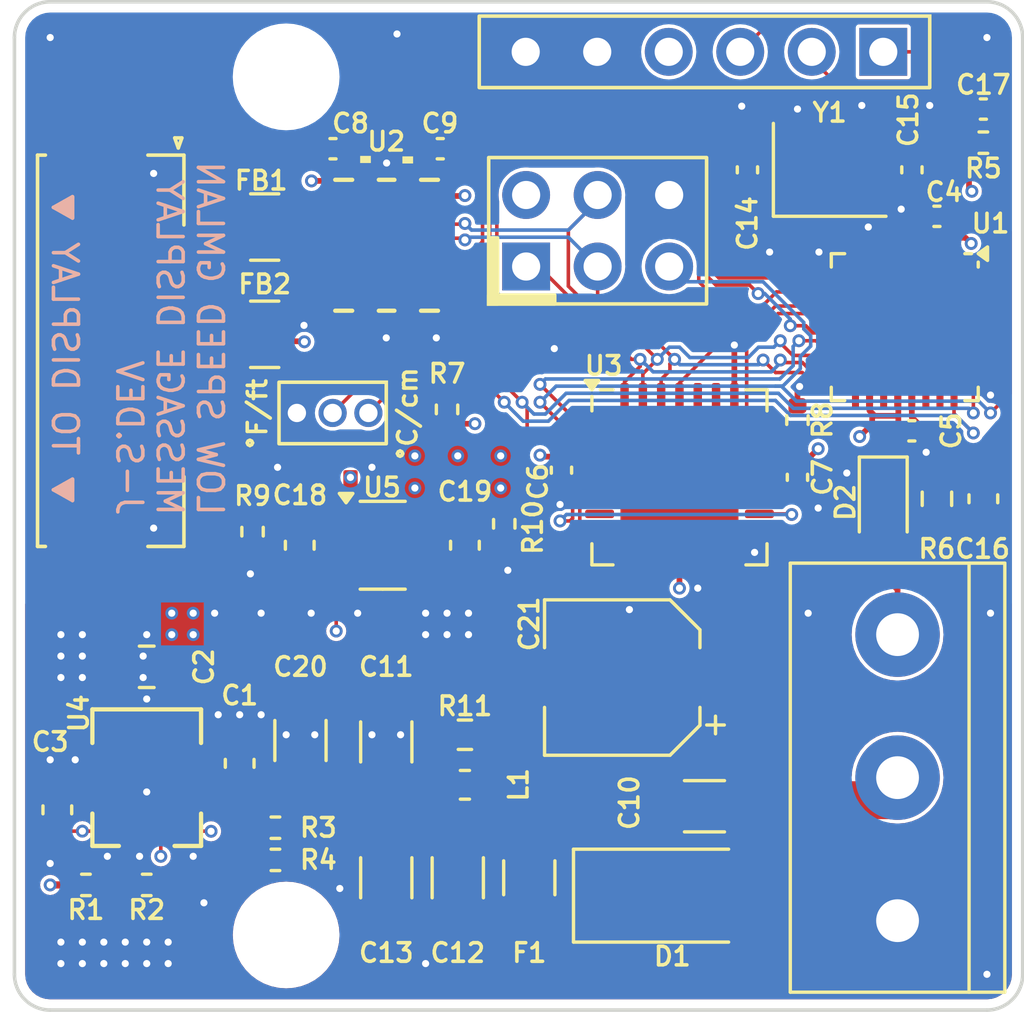
<source format=kicad_pcb>
(kicad_pcb (version 20240108) (generator "pcbnew") (generator_version "8.0")
  (layers (0 "F.Cu" signal) (1 "In1.Cu" signal) (2 "In2.Cu" signal) (31 "B.Cu" signal) (35 "F.Paste" user) (36 "B.SilkS" user "B.Silkscreen") (37 "F.SilkS" user "F.Silkscreen") (38 "B.Mask" user) (39 "F.Mask" user) (44 "Edge.Cuts" user))
  (net 0 "")
  (net 1 "GND")
  (net 2 "VCC")
  (net 5 "OSC-")
  (net 6 "Net-(C16-Pad1)")
  (net 10 "unconnected-(U1-PE3-Pad22)")
  (net 12 "Net-(U4-FB)")
  (net 13 "+3.3V")
  (net 17 "OSC+")
  (net 19 "Net-(C11-Pad1)")
  (net 27 "R_{X}CAN")
  (net 28 "T_{X}CAN")
  (net 29 "Net-(U4-RT)")
  (net 30 "Net-(U4-EN)")
  (net 31 "PG_5V")
  (net 32 "Net-(U4-SW-Pad5)")
  (net 34 "PG_3V3")
  (net 36 "Net-(D1-K)")
  (net 37 "+12V")
  (net 38 "+BATT")
  (net 39 "CANH")
  (net 40 "RESET")
  (net 41 "/3F_3.3V")
  (net 42 "/3F_GND")
  (net 43 "/3F_CS_OLED")
  (net 44 "Net-(C21-Pad2)")
  (net 45 "/3F_OLED_RST")
  (net 46 "RST_OLED")
  (net 47 "/3_DC_OLED")
  (net 48 "/3F_OLED_DC")
  (net 49 "/3_RST_OLED")
  (net 50 "/3F_SCK")
  (net 51 "/3_MOSI")
  (net 52 "/3F_MOSI")
  (net 53 "MOSI")
  (net 54 "MISO")
  (net 55 "SCK")
  (net 56 "FTDI_TX")
  (net 57 "FTDI_RX")
  (net 58 "SEL_UNIT")
  (net 59 "INT_CAN")
  (net 60 "CS_CAN")
  (net 61 "DC_OLED")
  (net 62 "CS_OLED")
  (net 63 "CLK")
  (net 64 "/CAN_CLK_PD")
  (net 65 "/SEL_METRIC")
  (net 66 "/FTDI_RESET")
  (net 76 "/3_SCK")
  (net 77 "/3_CS_OLED")
  (footprint "Resistor_SMD:R_0603_1608Metric" (layer "F.Cu") (at 145.544 170.053 -90)
    (property "Reference" "R6")
    (property "Value" "100R" (hide yes))
  )
  (footprint "Capacitor_SMD:C_0603_1608Metric" (layer "F.Cu") (at 147.193 170.053 -90)
    (property "Reference" "C16")
    (property "Value" "560pf")
  )
  (footprint "Capacitor_SMD:C_0603_1608Metric" (layer "F.Cu") (at 128.778 171.704 -90)
    (property "Reference" "C19")
    (property "Value" "10uF")
  )
  (footprint "Resistor_SMD:R_0402_1005Metric" (layer "F.Cu") (at 117.475 183.769)
    (property "Reference" "R2")
    (property "Value" "10K")
  )
  (footprint "Diode_SMD:D_SOD-323" (layer "F.Cu") (at 143.637 170.18 -90)
    (property "Reference" "D2")
    (property "Value" "DESD1LIN2WSQ-7" (hide yes))
  )
  (footprint "TPSM365R3RDNR:QFN-FCMOD_365R6FRDN_TEX_M2" (layer "F.Cu") (at 117.475 179.959 180)
    (property "Reference" "U4")
    (property "Value" "TPSM365R3RDNR")
  )
  (footprint "Capacitor_SMD:C_0805_2012Metric" (layer "F.Cu") (at 117.475 176.022 180)
    (property "Reference" "C2")
    (property "Value" "10uF" (hide yes))
  )
  (footprint "MountingHole:MountingHole_2.2mm_M2_DIN965" (layer "F.Cu") (at 122.428 155.067)
    (property "Reference" "H1" (hide yes))
    (property "Value" "MountingHole_Pad")
  )
  (footprint "jsdev:fb_array_0805" (layer "F.Cu") (at 121.666 164.211 -90)
    (property "Reference" "FB2")
    (property "Value" "FerriteBead_Small_Array")
  )
  (footprint "jsdev:PinHeader_1x03_P1.27mm_Vertical_mod" (layer "F.Cu") (at 124.079 167.005 -90)
    (property "Reference" "J5" (hide yes))
    (property "Value" "JMP 1x3 0.05\"" (hide yes))
  )
  (footprint "Capacitor_SMD:C_0402_1005Metric" (layer "F.Cu") (at 144.655 158.369 -90)
    (property "Reference" "C15")
    (property "Value" "22pf")
  )
  (footprint "MountingHole:MountingHole_2.2mm_M2_DIN965" (layer "F.Cu") (at 122.428 185.547)
    (property "Reference" "H2" (hide yes))
    (property "Value" "MountingHole_Pad")
  )
  (footprint "Capacitor_SMD:C_0402_1005Metric" (layer "F.Cu") (at 140.589 169.291 -90)
    (property "Reference" "C7")
    (property "Value" "100nF")
  )
  (footprint "Resistor_SMD:R_0402_1005Metric" (layer "F.Cu") (at 140.589 167.259 90)
    (property "Reference" "R8")
    (property "Value" "10K")
  )
  (footprint "Resistor_SMD:R_0603_1608Metric" (layer "F.Cu") (at 128.778 178.435 180)
    (property "Reference" "R11")
    (property "Value" "100R")
  )
  (footprint "Capacitor_SMD:C_0402_1005Metric" (layer "F.Cu") (at 124.091349 157.619349)
    (property "Reference" "C8")
    (property "Value" "100nF")
  )
  (footprint "Capacitor_SMD:C_0603_1608Metric" (layer "F.Cu") (at 114.3 181.102 90)
    (property "Reference" "C3")
    (property "Value" "1uF")
  )
  (footprint "Inductor_SMD:L_0603_1608Metric" (layer "F.Cu") (at 128.778 180.213)
    (property "Reference" "L1")
    (property "Value" "110nH")
  )
  (footprint "Capacitor_SMD:C_0603_1608Metric" (layer "F.Cu") (at 122.9106 171.704 -90)
    (property "Reference" "C18")
    (property "Value" "1uF")
  )
  (footprint "Capacitor_SMD:C_1206_3216Metric" (layer "F.Cu") (at 122.936 178.64 90)
    (property "Reference" "C20")
    (property "Value" "4.7uF")
  )
  (footprint "Resistor_SMD:R_0402_1005Metric" (layer "F.Cu") (at 122.047 182.88)
    (property "Reference" "R4")
    (property "Value" "100K")
  )
  (footprint "Capacitor_SMD:C_0402_1005Metric" (layer "F.Cu") (at 138.813 158.369 90)
    (property "Reference" "C14")
    (property "Value" "22pf")
  )
  (footprint "Capacitor_SMD:C_0402_1005Metric" (layer "F.Cu") (at 144.653 167.64)
    (property "Reference" "C5")
    (property "Value" "100nF")
  )
  (footprint "Capacitor_SMD:CP_Elec_5x5.9" (layer "F.Cu") (at 134.366 176.403 180)
    (property "Reference" "C21")
    (property "Value" "10uF")
  )
  (footprint "Resistor_SMD:R_0402_1005Metric" (layer "F.Cu") (at 122.047 181.737 180)
    (property "Reference" "R3")
    (property "Value" "560K")
  )
  (footprint "Resistor_SMD:R_0402_1005Metric" (layer "F.Cu") (at 115.316 183.769)
    (property "Reference" "R1")
    (property "Value" "40K2")
  )
  (footprint "Crystal:Crystal_SMD_3225-4Pin_3.2x2.5mm" (layer "F.Cu") (at 141.734 158.369)
    (property "Reference" "Y1")
    (property "Value" "16MHZ")
  )
  (footprint "Resistor_SMD:R_0402_1005Metric" (layer "F.Cu") (at 130.175 170.942 -90)
    (property "Reference" "R10")
    (property "Value" "100K")
  )
  (footprint "Package_DFN_QFN:QFN-32-1EP_5x5mm_P0.5mm_EP3.1x3.1mm" (layer "F.Cu") (at 144.401 163.957 -90)
    (property "Reference" "U1")
    (property "Value" "ATmega328PB-M" (hide yes))
  )
  (footprint "Diode_SMD:D_SMA" (layer "F.Cu") (at 136.144 184.15)
    (property "Reference" "D1")
    (property "Value" "B140-E3" (hide yes))
  )
  (footprint "Fuse:Fuse_1206_3216Metric" (layer "F.Cu") (at 131.064 183.515 -90)
    (property "Reference" "F1")
    (property "Value" "Polyfuse" (hide yes))
  )
  (footprint "Capacitor_SMD:C_1206_3216Metric" (layer "F.Cu") (at 125.984 178.689 90)
    (property "Reference" "C11")
    (property "Value" "4.7uF")
  )
  (footprint "Resistor_SMD:R_0402_1005Metric" (layer "F.Cu") (at 128.143 166.878 90)
    (property "Reference" "R7")
    (property "Value" "10K")
  )
  (footprint "jsdev:fb_array_0805" (layer "F.Cu") (at 121.666 160.401 -90)
    (property "Reference" "FB1")
    (property "Value" "FerriteBead_Small_Array")
  )
  (footprint "jsdev:QFN-28-1EP_6x6mm_P0.65mm_EP4.25x4.25mm_mod1" (layer "F.Cu") (at 136.398 169.291)
    (property "Reference" "U3")
    (property "Value" "MCP25625T-E/ML")
  )
  (footprint "Capacitor_SMD:C_0402_1005Metric" (layer "F.Cu") (at 147.193 156.21 180)
    (property "Reference" "C17")
    (property "Value" "100nF")
  )
  (footprint "jsdev:PinSocket_1x06_P2.54mm_Vertical_Box" (layer "F.Cu") (at 143.637 154.178 -90)
    (property "Reference" "J4" (hide yes))
    (property "Value" "Socket 1x6 0.1\"")
  )
  (footprint "Capacitor_SMD:C_1206_3216Metric" (layer "F.Cu") (at 125.984 183.515 -90)
    (property "Reference" "C13")
    (property "Value" "4.7uF")
  )
  (footprint "Resistor_SMD:R_0402_1005Metric" (layer "F.Cu") (at 121.2342 171.2214 -90)
    (property "Reference" "R9")
    (property "Value" "100K")
  )
  (footprint "Capacitor_SMD:C_0402_1005Metric" (layer "F.Cu") (at 132.207 169.037 -90)
    (property "Reference" "C6")
    (property "Value" "100nF")
  )
  (footprint "TerminalBlock:TerminalBlock_bornier-3_P5.08mm" (layer "F.Cu") (at 144.145 185.039 90)
    (property "Reference" "J2" (hide yes))
    (property "Value" "Screw_Terminal_01x03" (hide yes))
  )
  (footprint "jsdev:PinHeader_ISP_POGO" (layer "F.Cu") (at 130.952 161.803 90)
    (property "Reference" "J1" (hide yes))
    (property "Value" "AVRISP-6" (hide yes))
  )
  (footprint "Capacitor_SMD:C_1206_3216Metric" (layer "F.Cu") (at 128.524 183.515 -90)
    (property "Reference" "C12")
    (property "Value" "4.7uF")
  )
  (footprint "Capacitor_SMD:C_0603_1608Metric" (layer "F.Cu") (at 120.777 179.451 90)
    (property "Reference" "C1")
    (property "Value" "100nF")
  )
  (footprint "Capacitor_SMD:C_1206_3216Metric" (layer "F.Cu") (at 137.287 180.975 180)
    (property "Reference" "C10")
    (property "Value" "4.7uF")
  )
  (footprint "Capacitor_SMD:C_0402_1005Metric" (layer "F.Cu") (at 145.544 160.02 180)
    (property "Reference" "C4")
    (property "Value" "100nF")
  )
  (footprint "Capacitor_SMD:C_0402_1005Metric" (layer "F.Cu") (at 127.901349 157.619349 180)
    (property "Reference" "C9")
    (property "Value" "100nF")
  )
  (footprint "digikey_ul:RGY20_3P05X2P05" (layer "F.Cu") (at 125.996349 161.048349)
    (property "Reference" "U2")
    (property "Value" "TXS0108ERGYR")
  )
  (footprint "Package_TO_SOT_SMD:SOT-23-5" (layer "F.Cu") (at 125.857 171.704)
    (property "Reference" "U5")
    (property "Value" "LP3988*-*" (hide yes))
  )
  (footprint "Resistor_SMD:R_0402_1005Metric" (layer "F.Cu") (at 147.193 157.4038)
    (property "Reference" "R5")
    (property "Value" "10K")
  )
  (footprint "jsdev:CON_532610771_MOD" (layer "F.Cu") (at 118.596999 161.046 -90)
    (property "Reference" "J3" (hide yes))
    (property "Value" "PicoBlade F 1x7" (hide yes))
  )
  (gr_arc (start 112.776 153.67) (mid 113.147974 152.771974) (end 114.046 152.4) (stroke (width 0.127)) (layer "Edge.Cuts"))
  (gr_arc (start 114.046 188.214) (mid 113.147974 187.842026) (end 112.776 186.944) (stroke (width 0.127)) (layer "Edge.Cuts"))
  (gr_line (start 112.776 186.944) (end 112.776 153.67) (stroke (width 0.127)) (layer "Edge.Cuts"))
  (gr_line (start 147.32 188.214) (end 114.046 188.214) (stroke (width 0.127)) (layer "Edge.Cuts"))
  (gr_line (start 148.59 153.67) (end 148.59 186.944) (stroke (width 0.127)) (layer "Edge.Cuts"))
  (gr_arc (start 147.32 152.4) (mid 148.218026 152.771974) (end 148.59 153.67) (stroke (width 0.127)) (layer "Edge.Cuts"))
  (gr_arc (start 148.59 186.944) (mid 148.218026 187.842026) (end 147.32 188.214) (stroke (width 0.127)) (layer "Edge.Cuts"))
  (gr_line (start 114.046 152.4) (end 147.32 152.4) (stroke (width 0.127)) (layer "Edge.Cuts"))
  (gr_text "LOW SPEED GMLAN\nMESSAGE DISPLAY\nJ-S.DEV" (at 116.334 170.728 -90) (layer "B.SilkS") (effects (font (size 0.889 0.889) (thickness 0.127)) (justify left bottom mirror)))
  (gr_text "▼ TO DISPLAY ▼" (at 114.046 164.719 -90) (layer "B.SilkS") (effects (font (size 0.889 0.889) (thickness 0.127)) (justify bottom mirror)))
  (gr_text "°F/ft" (at 121.793 168.402 90) (layer "F.SilkS") (effects (font (size 0.6604 0.6604) (thickness 0.127)) (justify left bottom)))
  (gr_text "°C/cm" (at 127.127 168.783 90) (layer "F.SilkS") (effects (font (size 0.6604 0.6604) (thickness 0.127)) (justify left bottom)))
  (segment (start 117.720199 171.096) (end 117.720999 171.0952) (width 0.2032) (layer "F.Cu") (net 1))
  (segment (start 115.697 171.096) (end 117.720199 171.096) (width 0.2032) (layer "F.Cu") (net 1))
  (segment (start 117.720199 158.496) (end 117.720999 158.4968) (width 0.2032) (layer "F.Cu") (net 1))
  (segment (start 144.5006 170.053) (end 146.418 170.053) (width 0.2032) (layer "F.Cu") (net 1))
  (segment (start 143.637 169.13) (end 142.3502 169.13) (width 0.2032) (layer "F.Cu") (net 1))
  (segment (start 144.651 166.3945) (end 144.651 164.207) (width 0.2032) (layer "F.Cu") (net 1))
  (segment (start 140.7134 169.771) (end 140.589 169.771) (width 0.2032) (layer "F.Cu") (net 1))
  (segment (start 115.697 158.496) (end 117.720199 158.496) (width 0.2032) (layer "F.Cu") (net 1))
  (segment (start 146.418 170.053) (end 147.193 170.828) (width 0.2032) (layer "F.Cu") (net 1))
  (segment (start 137.048 169.941) (end 136.398 169.291) (width 0.2032) (layer "F.Cu") (net 1))
  (segment (start 132.1562 169.5678) (end 132.207 169.517) (width 0.2032) (layer "F.Cu") (net 1))
  (segment (start 140.589 166.749) (end 140.589 166.1414) (width 0.2032) (layer "F.Cu") (net 1))
  (segment (start 141.134 157.519) (end 140.634 157.519) (width 0.2032) (layer "F.Cu") (net 1))
  (segment (start 137.048 173.228) (end 137.048 172.1285) (width 0.2032) (layer "F.Cu") (net 1))
  (segment (start 138.348 164.592) (end 138.348 166.1218) (width 0.2032) (layer "F.Cu") (net 1))
  (segment (start 132.1562 170.2562) (end 132.1562 169.5678) (width 0.2032) (layer "F.Cu") (net 1))
  (segment (start 140.589 169.771) (end 140.109 169.291) (width 0.2032) (layer "F.Cu") (net 1))
  (segment (start 125.996349 158.127349) (end 125.996349 161.048349) (width 0.2032) (layer "F.Cu") (net 1))
  (segment (start 144.651 164.207) (end 144.401 163.957) (width 0.2032) (layer "F.Cu") (net 1))
  (segment (start 140.634 156.253) (end 140.591 156.21) (width 0.2032) (layer "F.Cu") (net 1))
  (segment (start 145.161 168.402) (end 145.161 167.668) (width 0.2032) (layer "F.Cu") (net 1))
  (segment (start 139.2355 171.7895) (end 139.067 171.958) (width 0.2032) (layer "F.Cu") (net 1))
  (segment (start 139.2355 171.241) (end 139.2355 171.7895) (width 0.2032) (layer "F.Cu") (net 1))
  (segment (start 140.109 169.291) (end 139.2355 169.291) (width 0.2032) (layer "F.Cu") (net 1))
  (segment (start 142.834 159.219) (end 141.134 157.519) (width 0.2032) (layer "F.Cu") (net 1))
  (segment (start 141.3256 170.3832) (end 140.7134 169.771) (width 0.2032) (layer "F.Cu") (net 1))
  (segment (start 140.634 157.519) (end 140.634 156.253) (width 0.2032) (layer "F.Cu") (net 1))
  (segment (start 142.3502 169.13) (end 142.3416 169.1386) (width 0.2032) (layer "F.Cu") (net 1))
  (segment (start 144.651 166.3945) (end 144.651 167.158) (width 0.2032) (layer "F.Cu") (net 1))
  (segment (start 144.651 167.158) (end 145.133 167.64) (width 0.2032) (layer "F.Cu") (net 1))
  (segment (start 144.151 161.5195) (end 144.151 163.707) (width 0.2032) (layer "F.Cu") (net 1))
  (segment (start 144.151 163.707) (end 144.401 163.957) (width 0.2032) (layer "F.Cu") (net 1))
  (segment (start 122.174 163.96208) (end 122.992734 163.96208) (width 0.2032) (layer "F.Cu") (net 1))
  (segment (start 137.048 172.1285) (end 137.048 169.941) (width 0.2032) (layer "F.Cu") (net 1))
  (segment (start 140.6124 166.749) (end 140.589 166.749) (width 0.2032) (layer "F.Cu") (net 1))
  (segment (start 139.2355 169.291) (end 136.398 169.291) (width 0.2032) (layer "F.Cu") (net 1))
  (segment (start 143.637 169.13) (end 143.637 169.1894) (width 0.2032) (layer "F.Cu") (net 1))
  (segment (start 138.348 166.4535) (end 138.348 167.341) (width 0.2032) (layer "F.Cu") (net 1))
  (segment (start 145.133 168.374) (end 145.161 168.402) (width 0.2032) (layer "F.Cu") (net 1))
  (segment (start 122.992734 163.96208) (end 123.061503 163.893311) (width 0.2032) (layer "F.Cu") (net 1))
  (segment (start 143.637 169.1894) (end 144.5006 170.053) (width 0.2032) (layer "F.Cu") (net 1))
  (segment (start 140.589 166.1414) (end 140.6652 166.0652) (width 0.2032) (layer "F.Cu") (net 1))
  (segment (start 145.161 167.668) (end 145.133 167.64) (width 0.2032) (layer "F.Cu") (net 1))
  (segment (start 138.348 167.341) (end 136.398 169.291) (width 0.2032) (layer "F.Cu") (net 1))
  (via (at 125.476 178.435) (size 0.4572) (drill 0.254) (layers "F.Cu" "B.Cu") (net 1))
  (via (at 138.6098 156.1084) (size 0.4572) (drill 0.254) (layers "F.Cu" "B.Cu") (net 1))
  (via (at 115.189 174.879) (size 0.4572) (drill 0.254) (layers "F.Cu" "B.Cu") (net 1))
  (via (at 140.6652 166.0652) (size 0.4572) (drill 0.254) (layers "F.Cu" "B.Cu") (net 1))
  (via (at 117.475 180.467) (size 0.4572) (drill 0.254) (layers "F.Cu" "B.Cu") (net 1))
  (via (at 127.762 164.338) (size 0.4572) (drill 0.254) (layers "F.Cu" "B.Cu") (net 1))
  (via (at 121.539 177.7238) (size 0.4572) (drill 0.254) (layers "F.Cu" "B.Cu") (net 1))
  (via (at 117.348 176.403) (size 0.4572) (drill 0.254) (layers "F.Cu" "B.Cu") (net 1))
  (via (at 131.953 164.719) (size 0.4572) (drill 0.254) (layers "F.Cu" "B.Cu") (net 1))
  (via (at 116.713 185.801) (size 0.4572) (drill 0.254) (layers "F.Cu" "B.Cu") (net 1))
  (via (at 142.3416 169.1386) (size 0.4572) (drill 0.254) (layers "F.Cu" "B.Cu") (net 1))
  (via (at 117.720999 171.0952) (size 0.4572) (drill 0.254) (layers "F.Cu" "B.Cu") (net 1))
  (via (at 132.1562 170.2562) (size 0.4572) (drill 0.254) (layers "F.Cu" "B.Cu") (net 1))
  (via (at 141.3256 170.3832) (size 0.4572) (drill 0.254) (layers "F.Cu" "B.Cu") (net 1))
  (via (at 142.875 156.083) (size 0.4572) (drill 0.254) (layers "F.Cu" "B.Cu") (net 1))
  (via (at 115.189 176.403) (size 0.4572) (drill 0.254) (layers "F.Cu" "B.Cu") (net 1))
  (via (at 128.905 174.117) (size 0.4572) (drill 0.254) (layers "F.Cu" "B.Cu") (net 1))
  (via (at 128.905 174.879) (size 0.4572) (drill 0.254) (layers "F.Cu" "B.Cu") (net 1))
  (via (at 114.935 179.324) (size 0.4572) (drill 0.254) (layers "F.Cu" "B.Cu") (net 1))
  (via (at 147.447 174.117) (size 0.4572) (drill 0.254) (layers "F.Cu" "B.Cu") (net 1))
  (via (at 114.427 175.641) (size 0.4572) (drill 0.254) (layers "F.Cu" "B.Cu") (net 1))
  (via (at 124.333 183.896) (size 0.4572) (drill 0.254) (layers "F.Cu" "B.Cu") (net 1))
  (via (at 117.348 175.641) (size 0.4572) (drill 0.254) (layers "F.Cu" "B.Cu") (net 1))
  (via (at 128.143 174.117) (size 0.4572) (drill 0.254) (layers "F.Cu" "B.Cu") (net 1))
  (via (at 114.046 153.67) (size 0.4572) (drill 0.254) (layers "F.Cu" "B.Cu") (net 1))
  (via (at 127.381 174.117) (size 0.4572) (drill 0.254) (layers "F.Cu" "B.Cu") (net 1))
  (via (at 139.6004 161.29) (size 0.4572) (drill 0.254) (layers "F.Cu" "B.Cu") (net 1))
  (via (at 127.381 186.563) (size 0.4572) (drill 0.254) (layers "F.Cu" "B.Cu") (net 1))
  (via (at 115.951 186.563) (size 0.4572) (drill 0.254) (layers "F.Cu" "B.Cu") (net 1))
  (via (at 114.427 176.403) (size 0.4572) (drill 0.254) (layers "F.Cu" "B.Cu") (net 1))
  (via (at 122.428 178.435) (size 0.4572) (drill 0.254) (layers "F.Cu" "B.Cu") (net 1))
  (via (at 117.475 186.563) (size 0.4572) (drill 0.254) (layers "F.Cu" "B.Cu") (net 1))
  (via (at 123.317 174.117) (size 0.4572) (drill 0.254) (layers "F.Cu" "B.Cu") (net 1))
  (via (at 147.32 186.944) (size 0.4572) (drill 0.254) (layers "F.Cu" "B.Cu") (net 1))
  (via (at 115.951 185.801) (size 0.4572) (drill 0.254) (layers "F.Cu" "B.Cu") (net 1))
  (via (at 115.189 175.641) (size 0.4572) (drill 0.254) (layers "F.Cu" "B.Cu") (net 1))
  (via (at 134.62 173.99) (size 0.4572) (drill 0.254) (layers "F.Cu" "B.Cu") (net 1))
  (via (at 118.237 186.563) (size 0.4572) (drill 0.254) (layers "F.Cu" "B.Cu") (net 1))
  (via (at 116.078 182.753) (size 0.4572) (drill 0.254) (layers "F.Cu" "B.Cu") (net 1))
  (via (at 126.492 178.435) (size 0.4572) (drill 0.254) (layers "F.Cu" "B.Cu") (net 1))
  (via (at 124.968 174.117) (size 0.4572) (drill 0.254) (layers "F.Cu" "B.Cu") (net 1))
  (via (at 117.475 185.801) (size 0.4572) (drill 0.254) (layers "F.Cu" "B.Cu") (net 1))
  (via (at 120.015 177.7238) (size 0.4572) (drill 0.254) (layers "F.Cu" "B.Cu") (net 1))
  (via (at 147.447 166.37) (size 0.4572) (drill 0.254) (layers "F.Cu" "B.Cu") (net 1))
  (via (at 137.048 173.228) (size 0.4572) (drill 0.254) (layers "F.Cu" "B.Cu") (net 1))
  (via (at 143.1056 160.401) (size 0.4572) (drill 0.254) (layers "F.Cu" "B.Cu") (net 1))
  (via (at 145.161 168.402) (size 0.4572) (drill 0.254) (layers "F.Cu" "B.Cu") (net 1))
  (via (at 140.97 174.117) (size 0.4572) (drill 0.254) (layers "F.Cu" "B.Cu") (net 1))
  (via (at 144.274 159.766) (size 0.4572) (drill 0.254) (layers "F.Cu" "B.Cu") (net 1))
  (via (at 116.713 186.563) (size 0.4572) (drill 0.254) (layers "F.Cu" "B.Cu") (net 1))
  (via (at 128.143 174.879) (size 0.4572) (drill 0.254) (layers "F.Cu" "B.Cu") (net 1))
  (via (at 114.427 174.879) (size 0.4572) (drill 0.254) (layers "F.Cu" "B.Cu") (net 1))
  (via (at 114.046 179.324) (size 0.4572) (drill 0.254) (layers "F.Cu" "B.Cu") (net 1))
  (via (at 123.061503 163.893311) (size 0.4572) (drill 0.254) (layers "F.Cu" "B.Cu") (net 1))
  (via (at 125.476 168.9354) (size 0.4572) (drill 0.254) (layers "F.Cu" "B.Cu") (net 1))
  (via (at 119.888 174.117) (size 0.4572) (drill 0.254) (layers "F.Cu" "B.Cu") (net 1))
  (via (at 117.720999 158.4968) (size 0.4572) (drill 0.254) (layers "F.Cu" "B.Cu") (net 1))
  (via (at 130.302 172.593) (size 0.4572) (drill 0.254) (layers "F.Cu" "B.Cu") (net 1))
  (via (at 125.996349 158.127349) (size 0.4572) (drill 0.254) (layers "F.Cu" "B.Cu") (net 1))
  (via (at 114.046 183.007) (size 0.4572) (drill 0.254) (layers "F.Cu" "B.Cu") (net 1))
  (via (at 120.777 177.7238) (size 0.4572) (drill 0.254) (layers "F.Cu" "B.Cu") (net 1))
  (via (at 139.067 171.958) (size 0.4572) (drill 0.254) (layers "F.Cu" "B.Cu") (net 1))
  (via (at 127.381 174.879) (size 0.4572) (drill 0.254) (layers "F.Cu" "B.Cu") (net 1))
  (via (at 122.1232 168.9354) (size 0.4572) (drill 0.254) (layers "F.Cu" "B.Cu") (net 1))
  (via (at 121.158 172.72) (size 0.4572) (drill 0.254) (layers "F.Cu" "B.Cu") (net 1))
  (via (at 123.444 178.435) (size 0.4572) (drill 0.254) (layers "F.Cu" "B.Cu") (net 1))
  (via (at 147.32 153.67) (size 0.4572) (drill 0.254) (layers "F.Cu" "B.Cu") (net 1))
  (via (at 140.591 156.21) (size 0.4572) (drill 0.254) (layers "F.Cu" "B.Cu") (net 1))
  (via (at 145.288 156.083) (size 0.4572) (drill 0.254) (layers "F.Cu" "B.Cu") (net 1))
  (via (at 117.475 174.879) (size 0.4572) (drill 0.254) (layers "F.Cu" "B.Cu") (net 1))
  (via (at 125.984 164.338) (size 0.4572) (drill 0.254) (layers "F.Cu" "B.Cu") (net 1))
  (via (at 115.189 185.801) (size 0.4572) (drill 0.254) (layers "F.Cu" "B.Cu") (net 1))
  (via (at 118.237 185.801) (size 0.4572) (drill 0.254) (layers "F.Cu" "B.Cu") (net 1))
  (via (at 117.475 177.165) (size 0.4572) (drill 0.254) (layers "F.Cu" "B.Cu") (net 1))
  (via (at 115.189 186.563) (size 0.4572) (drill 0.254) (layers "F.Cu" "B.Cu") (net 1))
  (via (at 119.126 182.753) (size 0.4572) (drill 0.254) (layers "F.Cu" "B.Cu") (net 1))
  (via (at 141.353 161.29) (size 0.4572) (drill 0.254) (layers "F.Cu" "B.Cu") (net 1))
  (via (at 114.427 186.563) (size 0.4572) (drill 0.254) (layers "F.Cu" "B.Cu") (net 1))
  (via (at 114.427 185.801) (size 0.4572) (drill 0.254) (layers "F.Cu" "B.Cu") (net 1))
  (via (at 117.221 182.753) (size 0.4572) (drill 0.254) (layers "F.Cu" "B.Cu") (net 1))
  (via (at 138.348 164.592) (size 0.4572) (drill 0.254) (layers "F.Cu" "B.Cu") (net 1))
  (via (at 121.539 174.117) (size 0.4572) (drill 0.254) (layers "F.Cu" "B.Cu") (net 1))
  (via (at 126.365 153.543) (size 0.4572) (drill 0.254) (layers "F.Cu" "B.Cu") (net 1))
  (via (at 119.507 184.404) (size 0.4572) (drill 0.254) (layers "F.Cu" "B.Cu") (net 1))
  (segment (start 129.1336 167.386) (end 129.1316 167.388) (width 0.2032) (layer "F.Cu") (net 2))
  (segment (start 131.445 168.5036) (end 131.4984 168.557) (width 0.2032) (layer "F.Cu") (net 2))
  (segment (start 146.024 160.7794) (end 146.0266 160.782) (width 0.2032) (layer "F.Cu") (net 2))
  (segment (start 133.5605 168.641) (end 132.291 168.641) (width 0.2032) (layer "F.Cu") (net 2))
  (segment (start 143.2443 167.3977) (end 143.2443 167.0167) (width 0.2032) (layer "F.Cu") (net 2))
  (segment (start 143.3342 167.1066) (end 144.1476 167.1066) (width 0.2032) (layer "F.Cu") (net 2))
  (segment (start 140.419 168.641) (end 140.589 168.811) (width 0.2032) (layer "F.Cu") (net 2))
  (segment (start 146.558 160.782) (end 146.0266 160.782) (width 0.2032) (layer "F.Cu") (net 2))
  (segment (start 124.710059 169.294065) (end 124.7195 169.303506) (width 0.2032) (layer "F.Cu") (net 2))
  (segment (start 144.1476 167.1066) (end 144.173 167.0812) (width 0.2032) (layer "F.Cu") (net 2))
  (segment (start 146.683 157.4038) (end 146.683 159.0306) (width 0.2032) (layer "F.Cu") (net 2))
  (segment (start 136.398 173.228) (end 136.398 172.1285) (width 0.2032) (layer "F.Cu") (net 2))
  (segment (start 143.151 166.9234) (end 143.2443 167.0167) (width 0.2032) (layer "F.Cu") (net 2))
  (segment (start 114.806 183.769) (end 114.046 183.769) (width 0.254) (layer "F.Cu") (net 2))
  (segment (start 144.173 166.4165) (end 144.151 166.3945) (width 0.2032) (layer "F.Cu") (net 2))
  (segment (start 141.3256 168.275) (end 140.7896 168.811) (width 0.2032) (layer "F.Cu") (net 2))
  (segment (start 127.721349 159.29835) (end 127.721349 158.762349) (width 0.2032) (layer "F.Cu") (net 2))
  (segment (start 139.2355 168.641) (end 140.419 168.641) (width 0.2032) (layer "F.Cu") (net 2))
  (segment (start 128.76305 159.29835) (end 127.721349 159.29835) (width 0.2032) (layer "F.Cu") (net 2))
  (segment (start 121.287 170.7642) (end 121.2342 170.7114) (width 0.2032) (layer "F.Cu") (net 2))
  (segment (start 127.721349 158.279349) (end 128.381349 157.619349) (width 0.2032) (layer "F.Cu") (net 2))
  (segment (start 140.7896 168.811) (end 140.589 168.811) (width 0.2032) (layer "F.Cu") (net 2))
  (segment (start 124.7195 169.303506) (end 124.7195 170.754) (width 0.2032) (layer "F.Cu") (net 2))
  (segment (start 146.024 160.02) (end 146.024 160.7794) (width 0.2032) (layer "F.Cu") (net 2))
  (segment (start 146.7612 160.9852) (end 146.558 160.782) (width 0.2032) (layer "F.Cu") (net 2))
  (segment (start 144.173 167.0812) (end 144.173 166.4165) (width 0.2032) (layer "F.Cu") (net 2))
  (segment (start 142.7988 167.8432) (end 143.2443 167.3977) (width 0.2032) (layer "F.Cu") (net 2))
  (segment (start 143.151 166.3945) (end 143.151 166.9234) (width 0.2032) (layer "F.Cu") (net 2))
  (segment (start 144.173 167.64) (end 144.173 167.0812) (width 0.2032) (layer "F.Cu") (net 2))
  (segment (start 144.651 161.5195) (end 144.651 161.082001) (width 0.2032) (layer "F.Cu") (net 2))
  (segment (start 144.951001 160.782) (end 146.0266 160.782) (width 0.2032) (layer "F.Cu") (net 2))
  (segment (start 124.7195 170.754) (end 123.0856 170.754) (width 0.2032) (layer "F.Cu") (net 2))
  (segment (start 146.683 159.0306) (end 146.7834 159.131) (width 0.2032) (layer "F.Cu") (net 2))
  (segment (start 127.721349 158.762349) (end 127.721349 158.279349) (width 0.2032) (layer "F.Cu") (net 2))
  (segment (start 131.4984 168.557) (end 132.207 168.557) (width 0.2032) (layer "F.Cu") (net 2))
  (segment (start 122.7458 170.7642) (end 121.287 170.7642) (width 0.2032) (layer "F.Cu") (net 2))
  (segment (start 143.2443 167.0167) (end 143.3342 167.1066) (width 0.2032) (layer "F.Cu") (net 2))
  (segment (start 123.0856 170.754) (end 122.9106 170.929) (width 0.2032) (layer "F.Cu") (net 2))
  (segment (start 129.1316 167.388) (end 128.143 167.388) (width 0.2032) (layer "F.Cu") (net 2))
  (segment (start 128.778 159.2834) (end 128.76305 159.29835) (width 0.2032) (layer "F.Cu") (net 2))
  (segment (start 144.651 161.082001) (end 144.951001 160.782) (width 0.2032) (layer "F.Cu") (net 2))
  (segment (start 122.9106 170.929) (end 122.7458 170.7642) (width 0.2032) (layer "F.Cu") (net 2))
  (segment (start 132.291 168.641) (end 132.207 168.557) (width 0.2032) (layer "F.Cu") (net 2))
  (via (at 131.445 168.5036) (size 0.4572) (drill 0.254) (layers "F.Cu" "B.Cu") (net 2))
  (via (at 146.7834 159.131) (size 0.4572) (drill 0.254) (layers "F.Cu" "B.Cu") (net 2))
  (via (at 119.126 174.879) (size 0.4572) (drill 0.254) (layers "F.Cu" "B.Cu") (net 2))
  (via (at 118.364 174.879) (size 0.4572) (drill 0.254) (layers "F.Cu" "B.Cu") (net 2))
  (via (at 124.710059 169.294065) (size 0.4572) (drill 0.254) (layers "F.Cu" "B.Cu") (net 2))
  (via (at 146.7612 160.9852) (size 0.4572) (drill 0.254) (layers "F.Cu" "B.Cu") (net 2))
  (via (at 136.398 173.228) (size 0.4572) (drill 0.254) (layers "F.Cu" "B.Cu") (net 2))
  (via (at 114.046 183.769) (size 0.4572) (drill 0.254) (layers "F.Cu" "B.Cu") (net 2))
  (via (at 119.126 174.117) (size 0.4572) (drill 0.254) (layers "F.Cu" "B.Cu") (net 2))
  (via (at 142.7988 167.8432) (size 0.4572) (drill 0.254) (layers "F.Cu" "B.Cu") (net 2))
  (via (at 129.1336 167.386) (size 0.4572) (drill 0.254) (layers "F.Cu" "B.Cu") (net 2))
  (via (at 128.778 159.2834) (size 0.4572) (drill 0.254) (layers "F.Cu" "B.Cu") (net 2))
  (via (at 141.3256 168.275) (size 0.4572) (drill 0.254) (layers "F.Cu" "B.Cu") (net 2))
  (via (at 118.364 174.117) (size 0.4572) (drill 0.254) (layers "F.Cu" "B.Cu") (net 2))
  (segment (start 139.183 159.219) (end 140.634 159.219) (width 0.127) (layer "F.Cu") (net 5))
  (segment (start 142.651 160.6576) (end 142.651 161.5195) (width 0.127) (layer "F.Cu") (net 5))
  (segment (start 142.5722 160.5788) (end 140.718 160.5788) (width 0.127) (layer "F.Cu") (net 5))
  (segment (start 140.634 160.4948) (end 140.634 159.219) (width 0.127) (layer "F.Cu") (net 5))
  (segment (start 142.651 160.6576) (end 142.5722 160.5788) (width 0.127) (layer "F.Cu") (net 5))
  (segment (start 140.718 160.5788) (end 140.634 160.4948) (width 0.127) (layer "F.Cu") (net 5))
  (segment (start 138.813 158.849) (end 139.183 159.219) (width 0.127) (layer "F.Cu") (net 5))
  (segment (start 145.594 169.278) (end 145.544 169.228) (width 0.127) (layer "F.Cu") (net 6))
  (segment (start 147.193 169.278) (end 145.594 169.278) (width 0.127) (layer "F.Cu") (net 6))
  (segment (start 145.157 166.3945) (end 145.157 166.747) (width 0.2032) (layer "F.Cu") (net 10))
  (segment (start 116.974874 181.9467) (end 116.974874 182.352547) (width 0.2032) (layer "F.Cu") (net 12))
  (segment (start 116.974874 182.352547) (end 116.713 182.614421) (width 0.2032) (layer "F.Cu") (net 12))
  (segment (start 115.826 183.769) (end 116.965 183.769) (width 0.2032) (layer "F.Cu") (net 12))
  (segment (start 116.713 182.614421) (end 116.713 183.769) (width 0.2032) (layer "F.Cu") (net 12))
  (segment (start 124.271349 158.762349) (end 123.327349 158.762349) (width 0.2032) (layer "F.Cu") (net 13))
  (segment (start 124.271349 159.29835) (end 124.271349 158.762349) (width 0.2032) (layer "F.Cu") (net 13))
  (segment (start 123.05792 164.45992) (end 123.075349 164.477349) (width 0.2032) (layer "F.Cu") (net 13))
  (segment (start 122.174 164.45992) (end 123.05792 164.45992) (width 0.2032) (layer "F.Cu") (net 13))
  (segment (start 124.271349 158.762349) (end 124.271349 158.279349) (width 0.2032) (layer "F.Cu") (net 13))
  (segment (start 124.271349 158.279349) (end 123.611349 157.619349) (width 0.2032) (layer "F.Cu") (net 13))
  (via (at 123.075349 164.477349) (size 0.4572) (drill 0.254) (layers "F.Cu" "B.Cu") (net 13))
  (via (at 128.524 168.529) (size 0.4572) (drill 0.254) (layers "F.Cu" "B.Cu") (net 13))
  (via (at 130.048 168.529) (size 0.4572) (drill 0.254) (layers "F.Cu" "B.Cu") (net 13))
  (via (at 130.048 169.672) (size 0.4572) (drill 0.254) (layers "F.Cu" "B.Cu") (net 13))
  (via (at 127 169.672) (size 0.4572) (drill 0.254) (layers "F.Cu" "B.Cu") (net 13))
  (via (at 127 168.529) (size 0.4572) (drill 0.254) (layers "F.Cu" "B.Cu") (net 13))
  (via (at 123.327349 158.762349) (size 0.4572) (drill 0.254) (layers "F.Cu" "B.Cu") (net 13))
  (segment (start 143.7245 160.400197) (end 143.7245 158.4095) (width 0.127) (layer "F.Cu") (net 17))
  (segment (start 143.151 160.973697) (end 143.151 161.5195) (width 0.127) (layer "F.Cu") (net 17))
  (segment (start 144.285 157.519) (end 144.655 157.889) (width 0.127) (layer "F.Cu") (net 17))
  (segment (start 143.151 160.973697) (end 143.7245 160.400197) (width 0.127) (layer "F.Cu") (net 17))
  (segment (start 143.7245 158.4095) (end 142.834 157.519) (width 0.127) (layer "F.Cu") (net 17))
  (segment (start 142.834 157.519) (end 144.285 157.519) (width 0.127) (layer "F.Cu") (net 17))
  (segment (start 135.748 172.608) (end 135.509 172.847) (width 0.127) (layer "F.Cu") (net 27))
  (segment (start 132.8575 171.4401) (end 132.8575 170.403948) (width 0.127) (layer "F.Cu") (net 27))
  (segment (start 135.748 172.1285) (end 135.748 172.608) (width 0.127) (layer "F.Cu") (net 27))
  (segment (start 135.509 172.847) (end 134.2644 172.847) (width 0.127) (layer "F.Cu") (net 27))
  (segment (start 133.320448 169.941) (end 133.5605 169.941) (width 0.127) (layer "F.Cu") (net 27))
  (segment (start 134.2644 172.847) (end 132.8575 171.4401) (width 0.127) (layer "F.Cu") (net 27))
  (segment (start 132.8575 170.403948) (end 133.320448 169.941) (width 0.127) (layer "F.Cu") (net 27))
  (segment (start 140.3858 170.6118) (end 140.365 170.591) (width 0.127) (layer "F.Cu") (net 28))
  (segment (start 132.6035 170.7487) (end 132.6035 170.298738) (width 0.127) (layer "F.Cu") (net 28))
  (segment (start 132.832919 170.069319) (end 132.832919 169.506082) (width 0.127) (layer "F.Cu") (net 28))
  (segment (start 132.511797 170.840403) (end 132.6035 170.7487) (width 0.127) (layer "F.Cu") (net 28))
  (segment (start 133.048001 169.291) (end 133.5605 169.291) (width 0.127) (layer "F.Cu") (net 28))
  (segment (start 132.6035 170.298738) (end 132.832919 170.069319) (width 0.127) (layer "F.Cu") (net 28))
  (segment (start 132.1562 170.840403) (end 132.511797 170.840403) (width 0.127) (layer "F.Cu") (net 28))
  (segment (start 140.365 170.591) (end 139.2355 170.591) (width 0.127) (layer "F.Cu") (net 28))
  (segment (start 132.832919 169.506082) (end 133.048001 169.291) (width 0.127) (layer "F.Cu") (net 28))
  (via (at 132.1562 170.840403) (size 0.4572) (drill 0.254) (layers "F.Cu" "B.Cu") (net 28))
  (via (at 140.3858 170.6118) (size 0.4572) (drill 0.254) (layers "F.Cu" "B.Cu") (net 28))
  (segment (start 132.384803 170.6118) (end 140.3858 170.6118) (width 0.127) (layer "B.Cu") (net 28))
  (segment (start 132.1562 170.840403) (end 132.384803 170.6118) (width 0.127) (layer "B.Cu") (net 28))
  (segment (start 115.189 181.859189) (end 114.317811 181.859189) (width 0.127) (layer "F.Cu") (net 29))
  (segment (start 114.317811 181.859189) (end 114.3 181.877) (width 0.127) (layer "F.Cu") (net 29))
  (segment (start 117.975126 182.753) (end 117.975126 181.934) (width 0.127) (layer "F.Cu") (net 29))
  (segment (start 116.175 181.859189) (end 115.189 181.859189) (width 0.127) (layer "F.Cu") (net 29))
  (via (at 115.189 181.859189) (size 0.4572) (drill 0.254) (layers "F.Cu" "B.Cu") (net 29))
  (via (at 117.975126 182.753) (size 0.4572) (drill 0.254) (layers "F.Cu" "B.Cu") (net 29))
  (segment (start 121.537 181.231) (end 121.537 181.737) (width 0.127) (layer "F.Cu") (net 30))
  (segment (start 118.7877 181.109063) (end 121.419063 181.109063) (width 0.127) (layer "F.Cu") (net 30))
  (segment (start 121.537 181.737) (end 121.537 182.88) (width 0.127) (layer "F.Cu") (net 30))
  (segment (start 121.539 181.229) (end 121.537 181.231) (width 0.127) (layer "F.Cu") (net 30))
  (segment (start 121.419063 181.109063) (end 121.539 181.229) (width 0.127) (layer "F.Cu") (net 30))
  (segment (start 119.761 181.864) (end 119.756189 181.859189) (width 0.127) (layer "F.Cu") (net 31))
  (segment (start 121.1052 171.6024) (end 121.2342 171.7314) (width 0.127) (layer "F.Cu") (net 31))
  (segment (start 121.2342 171.8818) (end 122.4719 173.1195) (width 0.127) (layer "F.Cu") (net 31))
  (segment (start 124.206 173.1675) (end 124.254 173.1195) (width 0.127) (layer "F.Cu") (net 31))
  (segment (start 124.254 173.1195) (end 124.7195 172.654) (width 0.127) (layer "F.Cu") (net 31))
  (segment (start 122.4719 173.1195) (end 124.254 173.1195) (width 0.127) (layer "F.Cu") (net 31))
  (segment (start 119.756189 181.859189) (end 118.775 181.859189) (width 0.127) (layer "F.Cu") (net 31))
  (segment (start 121.2342 171.7314) (end 121.2342 171.8818) (width 0.127) (layer "F.Cu") (net 31))
  (segment (start 124.206 174.752) (end 124.206 173.1675) (width 0.127) (layer "F.Cu") (net 31))
  (via (at 119.761 181.864) (size 0.4572) (drill 0.254) (layers "F.Cu" "B.Cu") (net 31))
  (via (at 124.206 174.752) (size 0.4572) (drill 0.254) (layers "F.Cu" "B.Cu") (net 31))
  (segment (start 130.175 171.452) (end 130.175 171.6278) (width 0.127) (layer "F.Cu") (net 34))
  (segment (start 127.5588 171.7548) (end 127.5588 172.654) (width 0.127) (layer "F.Cu") (net 34))
  (segment (start 125.246348 165.276748) (end 125.246348 163.273348) (width 0.127) (layer "F.Cu") (net 34))
  (segment (start 127.5588 172.654) (end 126.9945 172.654) (width 0.127) (layer "F.Cu") (net 34))
  (segment (start 146.8385 167.0039) (end 146.8385 165.707) (width 0.127) (layer "F.Cu") (net 34))
  (segment (start 146.8374 167.005) (end 146.8385 167.0039) (width 0.127) (layer "F.Cu") (net 34))
  (segment (start 130.9878 171.5008) (end 130.8608 171.6278) (width 0.127) (layer "F.Cu") (net 34))
  (segment (start 130.175 171.6278) (end 127.6858 171.6278) (width 0.127) (layer "F.Cu") (net 34))
  (segment (start 130.81 166.624) (end 130.9878 166.8018) (width 0.127) (layer "F.Cu") (net 34))
  (segment (start 125.5776 165.608) (end 125.246348 165.276748) (width 0.127) (layer "F.Cu") (net 34))
  (segment (start 127.6858 171.6278) (end 127.5588 171.7548) (width 0.127) (layer "F.Cu") (net 34))
  (segment (start 129.794 165.608) (end 125.5776 165.608) (width 0.127) (layer "F.Cu") (net 34))
  (segment (start 130.8608 171.6278) (end 130.175 171.6278) (width 0.127) (layer "F.Cu") (net 34))
  (segment (start 130.81 166.624) (end 129.794 165.608) (width 0.127) (layer "F.Cu") (net 34))
  (segment (start 130.9878 166.8018) (end 130.9878 171.5008) (width 0.127) (layer "F.Cu") (net 34))
  (via (at 130.81 166.624) (size 0.4572) (drill 0.254) (layers "F.Cu" "B.Cu") (net 34))
  (via (at 146.8374 167.005) (size 0.4572) (drill 0.254) (layers "F.Cu" "B.Cu") (net 34))
  (segment (start 140.44569 166.8399) (end 139.91229 166.3065) (width 0.127) (layer "B.Cu") (net 34))
  (segment (start 131.2291 167.0431) (end 130.81 166.624) (width 0.127) (layer "B.Cu") (net 34))
  (segment (start 132.3721 166.3065) (end 131.6355 167.0431) (width 0.127) (layer "B.Cu") (net 34))
  (segment (start 146.8374 167.005) (end 146.6723 166.8399) (width 0.127) (layer "B.Cu") (net 34))
  (segment (start 146.6723 166.8399) (end 140.44569 166.8399) (width 0.127) (layer "B.Cu") (net 34))
  (segment (start 139.91229 166.3065) (end 132.3721 166.3065) (width 0.127) (layer "B.Cu") (net 34))
  (segment (start 131.6355 167.0431) (end 131.2291 167.0431) (width 0.127) (layer "B.Cu") (net 34))
  (segment (start 144.145 173.2788) (end 143.9672 173.101) (width 0.2032) (layer "F.Cu") (net 39))
  (segment (start 137.698 172.907) (end 137.698 172.1285) (width 0.2032) (layer "F.Cu") (net 39))
  (segment (start 137.892 173.101) (end 137.698 172.907) (width 0.2032) (layer "F.Cu") (net 39))
  (segment (start 145.544 170.878) (end 143.989 170.878) (width 0.2032) (layer "F.Cu") (net 39))
  (segment (start 143.6116 173.101) (end 137.892 173.101) (width 0.2032) (layer "F.Cu") (net 39))
  (segment (start 143.637 173.0756) (end 143.6116 173.101) (width 0.2032) (layer "F.Cu") (net 39))
  (segment (start 143.637 171.23) (end 143.637 173.0756) (width 0.2032) (layer "F.Cu") (net 39))
  (segment (start 143.989 170.878) (end 143.637 171.23) (width 0.2032) (layer "F.Cu") (net 39))
  (segment (start 143.9672 173.101) (end 143.6116 173.101) (width 0.2032) (layer "F.Cu") (net 39))
  (segment (start 144.145 174.879) (end 144.145 173.2788) (width 0.2032) (layer "F.Cu") (net 39))
  (segment (start 132.812 167.991) (end 133.5605 167.991) (width 0.127) (layer "F.Cu") (net 40))
  (segment (start 148.1455 160.58428) (end 148.1455 163.707) (width 0.127) (layer "F.Cu") (net 40))
  (segment (start 131.445 166.624) (end 132.812 167.991) (width 0.127) (layer "F.Cu") (net 40))
  (segment (start 147.703 157.4038) (end 147.703 156.24) (width 0.127) (layer "F.Cu") (net 40))
  (segment (start 147.703 157.4038) (end 147.703 160.14178) (width 0.127) (layer "F.Cu") (net 40))
  (segment (start 148.1455 163.707) (end 146.8385 163.707) (width 0.127) (layer "F.Cu") (net 40))
  (segment (start 148.1455 163.707) (end 148.1455 166.3065) (width 0.127) (layer "F.Cu") (net 40))
  (segment (start 148.1455 166.3065) (end 147.447 167.005) (width 0.127) (layer "F.Cu") (net 40))
  (segment (start 147.703 160.14178) (end 148.1455 160.58428) (width 0.127) (layer "F.Cu") (net 40))
  (segment (start 147.703 156.24) (end 147.673 156.21) (width 0.127) (layer "F.Cu") (net 40))
  (via (at 147.447 167.005) (size 0.4572) (drill 0.254) (layers "F.Cu" "B.Cu") (net 40))
  (via (at 131.445 166.624) (size 0.4572) (drill 0.254) (layers "F.Cu" "B.Cu") (net 40))
  (segment (start 136.3191 162.3441) (end 139.365597 162.3441) (width 0.127) (layer "B.Cu") (net 40))
  (segment (start 136.032 162.057) (end 136.3191 162.3441) (width 0.127) (layer "B.Cu") (net 40))
  (segment (start 140.6906 165.4302) (end 140.0683 166.0525) (width 0.127) (layer "B.Cu") (net 40))
  (segment (start 140.813397 164.0205) (end 141.0589 164.266003) (width 0.127) (layer "B.Cu") (net 40))
  (segment (start 141.0589 164.6301) (end 140.6906 164.9984) (width 0.127) (layer "B.Cu") (net 40))
  (segment (start 140.6906 164.9984) (end 140.6906 165.4302) (width 0.127) (layer "B.Cu") (net 40))
  (segment (start 132.0165 166.0525) (end 139.8016 166.0525) (width 0.127) (layer "B.Cu") (net 40))
  (segment (start 147.447 167.005) (end 147.0279 166.5859) (width 0.127) (layer "B.Cu") (net 40))
  (segment (start 140.5509 166.5859) (end 140.0175 166.0525) (width 0.127) (layer "B.Cu") (net 40))
  (segment (start 147.0279 166.5859) (end 140.5509 166.5859) (width 0.127) (layer "B.Cu") (net 40))
  (segment (start 140.813397 163.7919) (end 140.813397 164.0205) (width 0.127) (layer "B.Cu") (net 40))
  (segment (start 139.365597 162.3441) (end 140.813397 163.7919) (width 0.127) (layer "B.Cu") (net 40))
  (segment (start 140.0175 166.0525) (end 139.8016 166.0525) (width 0.127) (layer "B.Cu") (net 40))
  (segment (start 141.0589 164.266003) (end 141.0589 164.6301) (width 0.127) (layer "B.Cu") (net 40))
  (segment (start 131.445 166.624) (end 132.0165 166.0525) (width 0.127) (layer "B.Cu") (net 40))
  (segment (start 140.0683 166.0525) (end 139.8016 166.0525) (width 0.127) (layer "B.Cu") (net 40))
  (segment (start 119.998 168.546) (end 120.564559 167.979441) (width 0.2032) (layer "F.Cu") (net 41))
  (segment (start 120.564559 167.979441) (end 120.564559 164.677441) (width 0.2032) (layer "F.Cu") (net 41))
  (segment (start 120.564559 164.677441) (end 120.78208 164.45992) (width 0.2032) (layer "F.Cu") (net 41))
  (segment (start 118.596999 168.546) (end 119.998 168.546) (width 0.2032) (layer "F.Cu") (net 41))
  (segment (start 120.78208 164.45992) (end 121.158 164.45992) (width 0.2032) (layer "F.Cu") (net 41))
  (segment (start 120.234359 164.7444) (end 120.234359 164.540667) (width 0.2032) (layer "F.Cu") (net 42))
  (segment (start 120.234359 164.540667) (end 120.812946 163.96208) (width 0.2032) (layer "F.Cu") (net 42))
  (segment (start 120.812946 163.96208) (end 121.158 163.96208) (width 0.2032) (layer "F.Cu") (net 42))
  (segment (start 118.596999 167.296) (end 119.6478 167.296) (width 0.2032) (layer "F.Cu") (net 42))
  (segment (start 119.6478 167.296) (end 120.234359 166.709441) (width 0.2032) (layer "F.Cu") (net 42))
  (segment (start 120.234359 166.709441) (end 120.234359 164.7444) (width 0.2032) (layer "F.Cu") (net 42))
  (segment (start 118.596999 166.046) (end 119.196 166.046) (width 0.127) (layer "F.Cu") (net 43))
  (segment (start 120.900234 163.4617) (end 121.158 163.4617) (width 0.127) (layer "F.Cu") (net 43))
  (segment (start 119.196 166.046) (end 119.942259 165.299741) (width 0.127) (layer "F.Cu") (net 43))
  (segment (start 119.942259 164.419675) (end 120.900234 163.4617) (width 0.127) (layer "F.Cu") (net 43))
  (segment (start 119.942259 165.299741) (end 119.942259 164.419675) (width 0.127) (layer "F.Cu") (net 43))
  (segment (start 119.688259 164.537741) (end 119.43 164.796) (width 0.127) (layer "F.Cu") (net 45))
  (segment (start 119.688259 163.069163) (end 119.688259 164.537741) (width 0.127) (layer "F.Cu") (net 45))
  (segment (start 120.51391 161.1503) (end 120.396 161.26821) (width 0.127) (layer "F.Cu") (net 45))
  (segment (start 121.158 161.1503) (end 120.51391 161.1503) (width 0.127) (layer "F.Cu") (net 45))
  (segment (start 120.396 162.361422) (end 119.688259 163.069163) (width 0.127) (layer "F.Cu") (net 45))
  (segment (start 119.43 164.796) (end 118.596999 164.796) (width 0.127) (layer "F.Cu") (net 45))
  (segment (start 120.396 161.26821) (end 120.396 162.361422) (width 0.127) (layer "F.Cu") (net 45))
  (segment (start 138.889799 162.461) (end 137.69239 162.461) (width 0.127) (layer "F.Cu") (net 46))
  (segment (start 140.335 163.9062) (end 140.885348 163.9062) (width 0.127) (layer "F.Cu") (net 46))
  (segment (start 141.139348 164.1602) (end 141.9167 164.1602) (width 0.127) (layer "F.Cu") (net 46))
  (segment (start 141.9167 164.1602) (end 141.9635 164.207) (width 0.127) (layer "F.Cu") (net 46))
  (segment (start 130.4217 157.9626) (end 129.6575 158.7268) (width 0.127) (layer "F.Cu") (net 46))
  (segment (start 139.192793 162.763994) (end 138.889799 162.461) (width 0.127) (layer "F.Cu") (net 46))
  (segment (start 137.69239 162.461) (end 137.3378 162.10641) (width 0.127) (layer "F.Cu") (net 46))
  (segment (start 137.3378 162.10641) (end 137.3378 158.7381) (width 0.127) (layer "F.Cu") (net 46))
  (segment (start 137.3378 158.7381) (end 136.5623 157.9626) (width 0.127) (layer "F.Cu") (net 46))
  (segment (start 129.6575 158.7268) (end 129.6575 161.02371) (width 0.127) (layer "F.Cu") (net 46))
  (segment (start 136.5623 157.9626) (end 130.4217 157.9626) (width 0.127) (layer "F.Cu") (net 46))
  (segment (start 129.6575 161.02371) (end 128.88286 161.79835) (width 0.127) (layer "F.Cu") (net 46))
  (segment (start 140.885348 163.9062) (end 141.139348 164.1602) (width 0.127) (layer "F.Cu") (net 46))
  (segment (start 128.88286 161.79835) (end 127.721349 161.79835) (width 0.127) (layer "F.Cu") (net 46))
  (via (at 140.335 163.9062) (size 0.4572) (drill 0.254) (layers "F.Cu" "B.Cu") (net 46))
  (via (at 139.192793 162.763994) (size 0.4572) (drill 0.254) (layers "F.Cu" "B.Cu") (net 46))
  (segment (start 139.192793 162.763994) (end 139.426281 162.763994) (width 0.127) (layer "B.Cu") (net 46))
  (segment (start 139.426281 162.763994) (end 140.335 163.672713) (width 0.127) (layer "B.Cu") (net 46))
  (segment (start 140.335 163.672713) (end 140.335 163.9062) (width 0.127) (layer "B.Cu") (net 46))
  (segment (start 122.80392 160.64992) (end 122.174 160.64992) (width 0.127) (layer "F.Cu") (net 47))
  (segment (start 123.452349 161.298349) (end 122.80392 160.64992) (width 0.127) (layer "F.Cu") (net 47))
  (segment (start 124.271349 161.298349) (end 123.452349 161.298349) (width 0.127) (layer "F.Cu") (net 47))
  (segment (start 120.142 161.163) (end 120.142 162.256212) (width 0.127) (layer "F.Cu") (net 48))
  (segment (start 121.158 160.64992) (end 120.65508 160.64992) (width 0.127) (layer "F.Cu") (net 48))
  (segment (start 120.142 162.256212) (end 118.852212 163.546) (width 0.127) (layer "F.Cu") (net 48))
  (segment (start 120.65508 160.64992) (end 120.142 161.163) (width 0.127) (layer "F.Cu") (net 48))
  (segment (start 118.852212 163.546) (end 118.596999 163.546) (width 0.127) (layer "F.Cu") (net 48))
  (segment (start 123.46975 161.79835) (end 122.8217 161.1503) (width 0.127) (layer "F.Cu") (net 49))
  (segment (start 122.8217 161.1503) (end 122.174 161.1503) (width 0.127) (layer "F.Cu") (net 49))
  (segment (start 124.271349 161.79835) (end 123.46975 161.79835) (width 0.127) (layer "F.Cu") (net 49))
  (segment (start 121.158 160.15208) (end 120.79371 160.15208) (width 0.127) (layer "F.Cu") (net 50))
  (segment (start 119.888 161.05779) (end 119.888 161.925) (width 0.127) (layer "F.Cu") (net 50))
  (segment (start 120.79371 160.15208) (end 119.888 161.05779) (width 0.127) (layer "F.Cu") (net 50))
  (segment (start 119.888 161.925) (end 119.517 162.296) (width 0.127) (layer "F.Cu") (net 50))
  (segment (start 119.517 162.296) (end 118.596999 162.296) (width 0.127) (layer "F.Cu") (net 50))
  (segment (start 123.468348 160.298348) (end 122.8217 159.6517) (width 0.127) (layer "F.Cu") (net 51))
  (segment (start 124.271349 160.298348) (end 123.468348 160.298348) (width 0.127) (layer "F.Cu") (net 51))
  (segment (start 122.8217 159.6517) (end 122.174 159.6517) (width 0.127) (layer "F.Cu") (net 51))
  (segment (start 119.54058 161.046) (end 118.596999 161.046) (width 0.127) (layer "F.Cu") (net 52))
  (segment (start 120.93488 159.6517) (end 119.54058 161.046) (width 0.127) (layer "F.Cu") (net 52))
  (segment (start 121.158 159.6517) (end 120.93488 159.6517) (width 0.127) (layer "F.Cu") (net 52))
  (segment (start 141.331 165.207) (end 141.9635 165.207) (width 0.127) (layer "F.Cu") (net 53))
  (segment (start 128.753652 160.298348) (end 127.721349 160.298348) (width 0.127) (layer "F.Cu") (net 53))
  (segment (start 132.4515 162.4997) (end 132.4515 160.5121) (width 0.127) (layer "F.Cu") (net 53))
  (segment (start 132.4515 160.5121) (end 133.492 159.4716) (width 0.127) (layer "F.Cu") (net 53))
  (segment (start 135.1788 164.6682) (end 134.62 164.6682) (width 0.127) (layer "F.Cu") (net 53))
  (segment (start 141.085 164.961) (end 141.331 165.207) (width 0.127) (layer "F.Cu") (net 53))
  (segment (start 135.098 165.6126) (end 135.098 166.4535) (width 0.127) (layer "F.Cu") (net 53))
  (segment (start 128.778 160.274) (end 128.753652 160.298348) (width 0.127) (layer "F.Cu") (net 53))
  (segment (start 135.6106 165.1) (end 135.098 165.6126) (width 0.127) (layer "F.Cu") (net 53))
  (segment (start 139.9794 164.4396) (end 139.9794 164.5158) (width 0.127) (layer "F.Cu") (net 53))
  (segment (start 133.492 159.4716) (end 133.492 159.263) (width 0.127) (layer "F.Cu") (net 53))
  (segment (start 139.9794 164.5158) (end 140.4246 164.961) (width 0.127) (layer "F.Cu") (net 53))
  (segment (start 135.6106 165.1) (end 135.1788 164.6682) (width 0.127) (layer "F.Cu") (net 53))
  (segment (start 140.4246 164.961) (end 141.085 164.961) (width 0.127) (layer "F.Cu") (net 53))
  (segment (start 134.62 164.6682) (end 132.4515 162.4997) (width 0.127) (layer "F.Cu") (net 53))
  (via (at 135.6106 165.1) (size 0.4572) (drill 0.254) (layers "F.Cu" "B.Cu") (net 53))
  (via (at 128.778 160.274) (size 0.4572) (drill 0.254) (layers "F.Cu" "B.Cu") (net 53))
  (via (at 139.9794 164.4396) (size 0.4572) (drill 0.254) (layers "F.Cu" "B.Cu") (net 53))
  (segment (start 133.492 159.4716) (end 133.492 159.263) (width 0.127) (layer "B.Cu") (net 53))
  (segment (start 136.398 164.6682) (end 136.0424 164.6682) (width 0.127) (layer "B.Cu") (net 53))
  (segment (start 139.7508 164.6682) (end 139.208903 164.6682) (width 0.127) (layer "B.Cu") (net 53))
  (segment (start 139.208903 164.6682) (end 138.840603 165.0365) (width 0.127) (layer "B.Cu") (net 53))
  (segment (start 129.0125 160.5085) (end 132.4551 160.5085) (width 0.127) (layer "B.Cu") (net 53))
  (segment (start 138.840603 165.0365) (end 136.7663 165.0365) (width 0.127) (layer "B.Cu") (net 53))
  (segment (start 136.0424 164.6682) (end 135.6106 165.1) (width 0.127) (layer "B.Cu") (net 53))
  (segment (start 128.778 160.274) (end 129.0125 160.5085) (width 0.127) (layer "B.Cu") (net 53))
  (segment (start 132.4551 160.5085) (end 133.492 159.4716) (width 0.127) (layer "B.Cu") (net 53))
  (segment (start 136.7663 165.0365) (end 136.398 164.6682) (width 0.127) (layer "B.Cu") (net 53))
  (segment (start 139.9794 164.4396) (end 139.7508 164.6682) (width 0.127) (layer "B.Cu") (net 53))
  (segment (start 134.69259 165.1) (end 131.39559 161.803) (width 0.127) (layer "F.Cu") (net 54))
  (segment (start 139.9794 165.1254) (end 140.069 165.215) (width 0.127) (layer "F.Cu") (net 54))
  (segment (start 140.069 165.215) (end 140.766907 165.215) (width 0.127) (layer "F.Cu") (net 54))
  (segment (start 141.258907 165.707) (end 141.9635 165.707) (width 0.127) (layer "F.Cu") (net 54))
  (segment (start 135.001 165.1) (end 135.001 165.35039) (width 0.127) (layer "F.Cu") (net 54))
  (segment (start 134.448 165.90339) (end 134.448 166.4535) (width 0.127) (layer "F.Cu") (net 54))
  (segment (start 131.39559 161.803) (end 130.952 161.803) (width 0.127) (layer "F.Cu") (net 54))
  (segment (start 135.001 165.35039) (end 134.448 165.90339) (width 0.127) (layer "F.Cu") (net 54))
  (segment (start 135.001 165.1) (end 134.69259 165.1) (width 0.127) (layer "F.Cu") (net 54))
  (segment (start 140.766907 165.215) (end 141.258907 165.707) (width 0.127) (layer "F.Cu") (net 54))
  (via (at 135.001 165.1) (size 0.4572) (drill 0.254) (layers "F.Cu" "B.Cu") (net 54))
  (via (at 139.9794 165.1254) (size 0.4572) (drill 0.254) (layers "F.Cu" "B.Cu") (net 54))
  (segment (start 139.9794 165.227) (end 139.6619 165.5445) (width 0.127) (layer "B.Cu") (net 54))
  (segment (start 135.174597 165.273597) (end 135.001 165.1) (width 0.127) (layer "B.Cu") (net 54))
  (segment (start 135.462403 165.5445) (end 135.1915 165.273597) (width 0.127) (layer "B.Cu") (net 54))
  (segment (start 139.9794 165.1254) (end 139.9794 165.227) (width 0.127) (layer "B.Cu") (net 54))
  (segment (start 139.6619 165.5445) (end 135.462403 165.5445) (width 0.127) (layer "B.Cu") (net 54))
  (segment (start 135.1915 165.273597) (end 135.174597 165.273597) (width 0.127) (layer "B.Cu") (net 54))
  (segment (start 133.492 163.18099) (end 133.492 161.803) (width 0.127) (layer "F.Cu") (net 55))
  (segment (start 136.225008 165.099901) (end 136.063482 164.938375) (width 0.127) (layer "F.Cu") (net 55))
  (segment (start 135.748 165.8112) (end 135.748 166.4535) (width 0.127) (layer "F.Cu") (net 55))
  (segment (start 136.225008 165.099901) (end 136.06003 165.264879) (width 0.127) (layer "F.Cu") (net 55))
  (segment (start 135.535855 164.4142) (end 134.72521 164.4142) (width 0.127) (layer "F.Cu") (net 55))
  (segment (start 134.72521 164.4142) (end 133.492 163.18099) (width 0.127) (layer "F.Cu") (net 55))
  (segment (start 128.718149 160.798349) (end 127.721349 160.798349) (width 0.127) (layer "F.Cu") (net 55))
  (segment (start 139.8143 165.5699) (end 140.762597 165.5699) (width 0.127) (layer "F.Cu") (net 55))
  (segment (start 140.762597 165.5699) (end 141.257897 166.0652) (width 0.127) (layer "F.Cu") (net 55))
  (segment (start 136.06003 165.49917) (end 135.748 165.8112) (width 0.127) (layer "F.Cu") (net 55))
  (segment (start 136.06003 165.264879) (end 136.06003 165.49917) (width 0.127) (layer "F.Cu") (net 55))
  (segment (start 128.778 160.8582) (end 128.718149 160.798349) (width 0.127) (layer "F.Cu") (net 55))
  (segment (start 136.06003 164.938375) (end 135.535855 164.4142) (width 0.127) (layer "F.Cu") (net 55))
  (segment (start 139.3698 165.1254) (end 139.8143 165.5699) (width 0.127) (layer "F.Cu") (net 55))
  (segment (start 142.651 166.0652) (end 142.651 166.3945) (width 0.127) (layer "F.Cu") (net 55))
  (segment (start 136.063482 164.938375) (end 136.06003 164.938375) (width 0.127) (layer "F.Cu") (net 55))
  (segment (start 141.257897 166.0652) (end 142.651 166.0652) (width 0.127) (layer "F.Cu") (net 55))
  (via (at 139.3698 165.1254) (size 0.4572) (drill 0.254) (layers "F.Cu" "B.Cu") (net 55))
  (via (at 128.778 160.8582) (size 0.4572) (drill 0.254) (layers "F.Cu" "B.Cu") (net 55))
  (via (at 136.225008 165.099901) (size 0.4572) (drill 0.254) (layers "F.Cu" "B.Cu") (net 55))
  (segment (start 136.415607 165.2905) (end 136.225008 165.099901) (width 0.127) (layer "B.Cu") (net 55))
  (segment (start 128.786497 160.8582) (end 128.882197 160.7625) (width 0.127) (layer "B.Cu") (net 55))
  (segment (start 139.2047 165.2905) (end 136.415607 165.2905) (width 0.127) (layer "B.Cu") (net 55))
  (segment (start 128.882197 160.7625) (end 132.4515 160.7625) (width 0.127) (layer "B.Cu") (net 55))
  (segment (start 139.3698 165.1254) (end 139.2047 165.2905) (width 0.127) (layer "B.Cu") (net 55))
  (segment (start 128.778 160.8582) (end 128.786497 160.8582) (width 0.127) (layer "B.Cu") (net 55))
  (segment (start 132.4515 160.7625) (end 133.492 161.803) (width 0.127) (layer "B.Cu") (net 55))
  (segment (start 146.177 155.45522) (end 145.94028 155.2185) (width 0.127) (layer "F.Cu") (net 56))
  (segment (start 147.6375 160.7947) (end 146.177 159.3342) (width 0.127) (layer "F.Cu") (net 56))
  (segment (start 146.8385 162.707) (end 147.3508 162.707) (width 0.127) (layer "F.Cu") (net 56))
  (segment (start 147.6375 162.4203) (end 147.6375 160.7947) (width 0.127) (layer "F.Cu") (net 56))
  (segment (start 146.177 159.3342) (end 146.177 155.45522) (width 0.127) (layer "F.Cu") (net 56))
  (segment (start 145.94028 155.2185) (end 141.8835 155.2185) (width 0.127) (layer "F.Cu") (net 56))
  (segment (start 141.8835 155.2185) (end 141.097 154.432) (width 0.127) (layer "F.Cu") (net 56))
  (segment (start 141.097 154.432) (end 141.097 154.178) (width 0.127) (layer "F.Cu") (net 56))
  (segment (start 147.3508 162.707) (end 147.6375 162.4203) (width 0.127) (layer "F.Cu") (net 56))
  (segment (start 146.8385 163.207) (end 147.435 163.207) (width 0.127) (layer "F.Cu") (net 57))
  (segment (start 147.8915 160.68949) (end 147.2025 160.00049) (width 0.127) (layer "F.Cu") (net 57))
  (segment (start 139.5984 153.1366) (end 138.557 154.178) (width 0.127) (layer "F.Cu") (net 57))
  (segment (start 147.435 163.207) (end 147.8915 162.7505) (width 0.127) (layer "F.Cu") (net 57))
  (segment (start 147.8915 162.7505) (end 147.8915 160.68949) (width 0.127) (layer "F.Cu") (net 57))
  (segment (start 147.2025 160.00049) (end 147.2025 155.7623) (width 0.127) (layer "F.Cu") (net 57))
  (segment (start 147.2025 155.7623) (end 144.5768 153.1366) (width 0.127) (layer "F.Cu") (net 57))
  (segment (start 144.5768 153.1366) (end 139.5984 153.1366) (width 0.127) (layer "F.Cu") (net 57))
  (segment (start 146.151 167.0298) (end 146.8374 167.7162) (width 0.127) (layer "F.Cu") (net 58))
  (segment (start 125.222 165.862) (end 124.079 167.005) (width 0.127) (layer "F.Cu") (net 58))
  (segment (start 146.151 166.3945) (end 146.151 167.0298) (width 0.127) (layer "F.Cu") (net 58))
  (segment (start 129.413 165.862) (end 125.222 165.862) (width 0.127) (layer "F.Cu") (net 58))
  (segment (start 130.175 166.624) (end 129.413 165.862) (width 0.127) (layer "F.Cu") (net 58))
  (via (at 146.8374 167.7162) (size 0.4572) (drill 0.254) (layers "F.Cu" "B.Cu") (net 58))
  (via (at 130.175 166.624) (size 0.4572) (drill 0.254) (layers "F.Cu" "B.Cu") (net 58))
  (segment (start 146.2151 167.0939) (end 146.8374 167.7162) (width 0.127) (layer "B.Cu") (net 58))
  (segment (start 139.80708 166.5605) (end 140.34048 167.0939) (width 0.127) (layer "B.Cu") (net 58))
  (segment (start 140.34048 167.0939) (end 146.2151 167.0939) (width 0.127) (layer "B.Cu") (net 58))
  (segment (start 131.74071 167.2971) (end 132.47731 166.5605) (width 0.127) (layer "B.Cu") (net 58))
  (segment (start 130.175 166.624) (end 130.8481 167.2971) (width 0.127) (layer "B.Cu") (net 58))
  (segment (start 130.8481 167.2971) (end 131.74071 167.2971) (width 0.127) (layer "B.Cu") (net 58))
  (segment (start 132.47731 166.5605) (end 139.80708 166.5605) (width 0.127) (layer "B.Cu") (net 58))
  (segment (start 139.81139 163.207) (end 141.9635 163.207) (width 0.127) (layer "F.Cu") (net 59))
  (segment (start 138.178801 164.1602) (end 138.85819 164.1602) (width 0.127) (layer "F.Cu") (net 59))
  (segment (start 136.398 165.941001) (end 138.178801 164.1602) (width 0.127) (layer "F.Cu") (net 59))
  (segment (start 138.85819 164.1602) (end 139.81139 163.207) (width 0.127) (layer "F.Cu") (net 59))
  (segment (start 136.398 166.4535) (end 136.398 165.941001) (width 0.127) (layer "F.Cu") (net 59))
  (segment (start 131.445 165.989) (end 132.797 167.341) (width 0.127) (layer "F.Cu") (net 60))
  (segment (start 141.478 164.6682) (end 141.9247 164.6682) (width 0.127) (layer "F.Cu") (net 60))
  (segment (start 141.9247 164.6682) (end 141.9635 164.707) (width 0.127) (layer "F.Cu") (net 60))
  (segment (start 140.6398 164.4396) (end 141.2494 164.4396) (width 0.127) (layer "F.Cu") (net 60))
  (segment (start 132.797 167.341) (end 133.5605 167.341) (width 0.127) (layer "F.Cu") (net 60))
  (segment (start 141.2494 164.4396) (end 141.478 164.6682) (width 0.127) (layer "F.Cu") (net 60))
  (via (at 140.6398 164.4396) (size 0.4572) (drill 0.254) (layers "F.Cu" "B.Cu") (net 60))
  (via (at 131.445 165.989) (size 0.4572) (drill 0.254) (layers "F.Cu" "B.Cu") (net 60))
  (segment (start 131.6355 165.7985) (end 139.96309 165.7985) (width 0.127) (layer "B.Cu") (net 60))
  (segment (start 131.445 165.989) (end 131.6355 165.7985) (width 0.127) (layer "B.Cu") (net 60))
  (segment (start 139.96309 165.7985) (end 140.4366 165.32499) (width 0.127) (layer "B.Cu") (net 60))
  (segment (start 140.4366 165.32499) (end 140.4366 164.6428) (width 0.127) (layer "B.Cu") (net 60))
  (segment (start 140.4366 164.6428) (end 140.6398 164.4396) (width 0.127) (layer "B.Cu") (net 60))
  (segment (start 129.023651 161.298349) (end 127.721349 161.298349) (width 0.127) (layer "F.Cu") (net 61))
  (segment (start 130.31649 157.7086) (end 129.4035 158.62159) (width 0.127) (layer "F.Cu") (net 61))
  (segment (start 136.66751 157.7086) (end 130.31649 157.7086) (width 0.127) (layer "F.Cu") (net 61))
  (segment (start 141.9635 162.207) (end 137.7976 162.207) (width 0.127) (layer "F.Cu") (net 61))
  (segment (start 137.5918 162.0012) (end 137.5918 158.63289) (width 0.127) (layer "F.Cu") (net 61))
  (segment (start 129.4035 158.62159) (end 129.4035 160.9185) (width 0.127) (layer "F.Cu") (net 61))
  (segment (start 129.4035 160.9185) (end 129.023651 161.298349) (width 0.127) (layer "F.Cu") (net 61))
  (segment (start 137.5918 158.63289) (end 136.66751 157.7086) (width 0.127) (layer "F.Cu") (net 61))
  (segment (start 137.7976 162.207) (end 137.5918 162.0012) (width 0.127) (layer "F.Cu") (net 61))
  (segment (start 137.4622 162.715) (end 138.5329 162.715) (width 0.127) (layer "F.Cu") (net 62))
  (segment (start 137.0838 162.33862) (end 137.46119 162.71601) (width 0.127) (layer "F.Cu") (net 62))
  (segment (start 138.5329 162.715) (end 139.0129 163.195) (width 0.127) (layer "F.Cu") (net 62))
  (segment (start 127.721349 162.298349) (end 128.742071 162.298349) (width 0.127) (layer "F.Cu") (net 62))
  (segment (start 128.742071 162.298349) (end 129.9115 161.12892) (width 0.127) (layer "F.Cu") (net 62))
  (segment (start 136.45709 158.2166) (end 137.0838 158.84331) (width 0.127) (layer "F.Cu") (net 62))
  (segment (start 129.9115 158.83201) (end 130.52691 158.2166) (width 0.127) (layer "F.Cu") (net 62))
  (segment (start 137.46119 162.71601) (end 137.4622 162.715) (width 0.127) (layer "F.Cu") (net 62))
  (segment (start 139.354484 163.195) (end 139.842484 162.707) (width 0.127) (layer "F.Cu") (net 62))
  (segment (start 130.52691 158.2166) (end 136.45709 158.2166) (width 0.127) (layer "F.Cu") (net 62))
  (segment (start 129.9115 161.12892) (end 129.9115 158.83201) (width 0.127) (layer "F.Cu") (net 62))
  (segment (start 137.0838 158.84331) (end 137.0838 162.33862) (width 0.127) (layer "F.Cu") (net 62))
  (segment (start 139.0129 163.195) (end 139.354484 163.195) (width 0.127) (layer "F.Cu") (net 62))
  (segment (start 139.842484 162.707) (end 141.9635 162.707) (width 0.127) (layer "F.Cu") (net 62))
  (segment (start 138.7856 166.8911) (end 139.2355 167.341) (width 0.127) (layer "F.Cu") (net 63))
  (segment (start 140.8684 163.4744) (end 139.9032 163.4744) (width 0.127) (layer "F.Cu") (net 63))
  (segment (start 141.9635 163.707) (end 141.101 163.707) (width 0.127) (layer "F.Cu") (net 63))
  (segment (start 139.9032 163.4744) (end 138.7856 164.592) (width 0.127) (layer "F.Cu") (net 63))
  (segment (start 138.7856 164.592) (end 138.7856 166.8911) (width 0.127) (layer "F.Cu") (net 63))
  (segment (start 141.101 163.707) (end 140.8684 163.4744) (width 0.127) (layer "F.Cu") (net 63))
  (segment (start 140.367 167.991) (end 140.589 167.769) (width 0.127) (layer "F.Cu") (net 64))
  (segment (start 139.2355 167.991) (end 140.367 167.991) (width 0.127) (layer "F.Cu") (net 64))
  (segment (start 128.143 166.368) (end 126.365 166.368) (width 0.127) (layer "F.Cu") (net 65))
  (segment (start 126.365 166.368) (end 125.986 166.368) (width 0.127) (layer "F.Cu") (net 65))
  (segment (start 125.986 166.368) (end 125.349 167.005) (width 0.127) (layer "F.Cu") (net 65))
  (segment (start 146.713 156.21) (end 146.713 155.63201) (width 0.127) (layer "F.Cu") (net 66))
  (segment (start 146.713 155.63201) (end 145.25899 154.178) (width 0.127) (layer "F.Cu") (net 66))
  (segment (start 145.25899 154.178) (end 143.637 154.178) (width 0.127) (layer "F.Cu") (net 66))
  (segment (start 123.460349 160.798349) (end 124.271349 160.798349) (width 0.127) (layer "F.Cu") (net 76))
  (segment (start 122.81408 160.15208) (end 123.460349 160.798349) (width 0.127) (layer "F.Cu") (net 76))
  (segment (start 122.174 160.15208) (end 122.81408 160.15208) (width 0.127) (layer "F.Cu") (net 76))
  (segment (start 122.5423 163.4617) (end 123.705651 162.298349) (width 0.127) (layer "F.Cu") (net 77))
  (segment (start 123.705651 162.298349) (end 124.271349 162.298349) (width 0.127) (layer "F.Cu") (net 77))
  (segment (start 122.174 163.4617) (end 122.5423 163.4617) (width 0.127) (layer "F.Cu") (net 77))
  (zone (net 2) (net_name "VCC") (layer "F.Cu") (priority 15) (connect_pads yes (clearance 0.127)) (min_thickness 0.127) (fill yes (thermal_gap 0) (thermal_bridge_width 0.127) (island_removal_mode 1) (island_area_min 9.999999))
    (polygon (pts (xy 120.904 170.9928) (xy 122.428 170.9928) (xy 122.428 171.3992) (xy 123.3932 171.3992) (xy 123.3932 171.069) (xy 125.3998 171.069) (xy 125.3998 170.434) (xy 124.968 170.434) (xy 124.968 169.037) (xy 124.46 169.037) (xy 124.46 170.434) (xy 120.904 170.434)))
  )
  (zone (net 36) (net_name "Net-(D1-K)") (layer "F.Cu") (priority 11) (connect_pads yes (clearance 0.127)) (min_thickness 0.2032) (fill yes (thermal_gap 0) (thermal_bridge_width 0.2032))
    (polygon (pts (xy 130.175 184.277) (xy 132.0038 184.277) (xy 133.0452 183.2356) (xy 135.4074 183.2356) (xy 135.4074 185.0644) (xy 132.8166 185.0644) (xy 132.334 185.547) (xy 130.175 185.547)))
  )
  (zone (net 0) (net_name "") (layer "F.Cu") (connect_pads (clearance 0)) (min_thickness 0.25)
    (keepout (tracks allowed) (vias allowed) (pads allowed) (copperpour not_allowed) (footprints allowed))
    (fill (thermal_gap 0.5) (thermal_bridge_width 0.5))
    (polygon (pts (xy 119.2784 181.5338) (xy 119.8372 181.5338) (xy 119.8372 181.61) (xy 119.2784 181.61)))
  )
  (zone (net 0) (net_name "") (layer "F.Cu") (connect_pads (clearance 0)) (min_thickness 0.25)
    (keepout (tracks allowed) (vias allowed) (pads allowed) (copperpour not_allowed) (footprints allowed))
    (fill (thermal_gap 0.5) (thermal_bridge_width 0.5))
    (polygon (pts (xy 118.3132 182.1942) (xy 118.3132 182.753) (xy 118.237 182.753) (xy 118.237 182.1942)))
  )
  (zone (net 32) (net_name "Net-(U4-SW-Pad5)") (layer "F.Cu") (priority 7) (connect_pads yes (clearance 0.127)) (min_thickness 0.254) (fill yes (thermal_gap 0) (thermal_bridge_width 0.254) (island_removal_mode 1) (island_area_min 9.999997))
    (polygon (pts (xy 117.094 177.8) (xy 117.094 180.086) (xy 116.713 180.086) (xy 116.713 180.848) (xy 115.57 180.848) (xy 115.57 177.8)))
  )
  (zone (net 0) (net_name "") (layer "F.Cu") (connect_pads (clearance 0)) (min_thickness 0.25)
    (keepout (tracks allowed) (vias allowed) (pads allowed) (copperpour not_allowed) (footprints allowed))
    (fill (thermal_gap 0.5) (thermal_bridge_width 0.5))
    (polygon (pts (xy 124.6378 159.2834) (xy 125.2474 159.2834) (xy 125.2474 159.3596) (xy 124.6378 159.3596)))
  )
  (zone (net 1) (net_name "GND") (layer "F.Cu") (priority 14) (connect_pads yes (clearance 0.127)) (min_thickness 0.2032) (fill yes (thermal_gap 0) (thermal_bridge_width 0.2032))
    (polygon (pts (xy 127.139349 163.080349) (xy 128.282349 163.080349) (xy 128.282349 165.239349) (xy 125.488349 165.239349) (xy 125.488349 162.572349) (xy 127.139349 162.572349)))
  )
  (zone (net 0) (net_name "") (layer "F.Cu") (connect_pads (clearance 0)) (min_thickness 0.25)
    (keepout (tracks allowed) (vias allowed) (pads allowed) (copperpour not_allowed) (footprints allowed))
    (fill (thermal_gap 0.5) (thermal_bridge_width 0.5))
    (polygon (pts (xy 119.2784 182.118) (xy 119.8372 182.118) (xy 119.8372 182.1942) (xy 119.2784 182.1942)))
  )
  (zone (net 0) (net_name "") (layer "F.Cu") (connect_pads (clearance 0)) (min_thickness 0.25)
    (keepout (tracks allowed) (vias allowed) (pads allowed) (copperpour not_allowed) (footprints allowed))
    (fill (thermal_gap 0.5) (thermal_bridge_width 0.5))
    (polygon (pts (xy 116.5606 182.0672) (xy 116.5606 182.626) (xy 116.4844 182.626) (xy 116.4844 182.0672)))
  )
  (zone (net 0) (net_name "") (layer "F.Cu") (connect_pads (clearance 0)) (min_thickness 0.25)
    (keepout (tracks allowed) (vias allowed) (pads allowed) (copperpour not_allowed) (footprints allowed))
    (fill (thermal_gap 0.5) (thermal_bridge_width 0.5))
    (polygon (pts (xy 115.6208 182.1942) (xy 114.8334 182.1942) (xy 114.8334 181.5338) (xy 115.6208 181.5338)))
  )
  (zone (net 1) (net_name "GND") (layer "F.Cu") (priority 2) (connect_pads yes (clearance 0.127)) (min_thickness 0.254) (fill yes (thermal_gap 0) (thermal_bridge_width 0.254))
    (polygon (pts (xy 144.655 162.052) (xy 143.639 162.052) (xy 143.639 162.56) (xy 144.655 162.56)))
  )
  (zone (net 1) (net_name "GND") (layer "F.Cu") (priority 3) (connect_pads yes (clearance 0.127)) (min_thickness 0.2032) (fill yes (thermal_gap 0) (thermal_bridge_width 0.2032))
    (polygon (pts (xy 126.377349 163.943949) (xy 126.377349 162.699349) (xy 124.853349 162.699349) (xy 124.853349 159.143349) (xy 124.218349 159.143349) (xy 124.218349 157.238349) (xy 127.774349 157.238349) (xy 127.774349 159.143349) (xy 127.139349 159.143349) (xy 127.139349 163.943949)))
  )
  (zone (net 2) (net_name "VCC") (layer "F.Cu") (priority 8) (connect_pads yes (clearance 0.127)) (min_thickness 0.254) (fill yes (thermal_gap 0) (thermal_bridge_width 0.254) (island_removal_mode 1) (island_area_min 9.999998))
    (polygon (pts (xy 117.856 180.086) (xy 117.856 173.609) (xy 119.507 173.609) (xy 119.507 180.086)))
  )
  (zone (net 1) (net_name "GND") (layer "F.Cu") (priority 3) (connect_pads yes (clearance 0.127)) (min_thickness 0.127) (fill yes (thermal_gap 0) (thermal_bridge_width 0.127))
    (polygon (pts (xy 130.81 168.529) (xy 130.81 173.863) (xy 120.269 173.863) (xy 120.269 168.529)))
  )
  (zone (net 38) (net_name "+BATT") (layer "F.Cu") (priority 13) (connect_pads yes (clearance 0.127)) (min_thickness 0.2032) (fill yes (thermal_gap 0) (thermal_bridge_width 0.2032))
    (polygon (pts (xy 139.319 184.658) (xy 139.2936 181.4322) (xy 144.145 181.4322) (xy 144.1704 180.086) (xy 138.43 180.086) (xy 138.2268 180.34) (xy 138.2268 184.658)))
  )
  (zone (net 0) (net_name "") (layer "F.Cu") (connect_pads (clearance 0)) (min_thickness 0.25)
    (keepout (tracks allowed) (vias allowed) (pads allowed) (copperpour not_allowed) (footprints allowed))
    (fill (thermal_gap 0.5) (thermal_bridge_width 0.5))
    (polygon (pts (xy 117.7798 182.0672) (xy 117.7798 182.5498) (xy 117.7036 182.5498) (xy 117.7036 182.0672)))
  )
  (zone (net 19) (net_name "Net-(C11-Pad1)") (layer "F.Cu") (priority 9) (connect_pads yes (clearance 0.127)) (min_thickness 0.2032) (fill yes (thermal_gap 0) (thermal_bridge_width 0.2032))
    (polygon (pts (xy 125.0696 182.753) (xy 131.953 182.753) (xy 131.953 181.229) (xy 130.0226 181.229) (xy 130.0226 179.7304) (xy 129.1082 179.7304) (xy 129.1082 181.229) (xy 126.8984 181.229) (xy 126.8984 179.578) (xy 125.0696 179.578)))
  )
  (zone (net 13) (net_name "+3.3V") (layer "F.Cu") (priority 4) (connect_pads yes (clearance 0.127)) (min_thickness 0.127) (fill yes (thermal_gap 0) (thermal_bridge_width 0.127))
    (polygon (pts (xy 126.238 171.45) (xy 130.81 171.45) (xy 130.81 168.021) (xy 126.238 168.021) (xy 126.238 169.8244)))
  )
  (zone (net 0) (net_name "") (layer "F.Cu") (connect_pads (clearance 0)) (min_thickness 0.25)
    (keepout (tracks allowed) (vias allowed) (pads allowed) (copperpour not_allowed) (footprints allowed))
    (fill (thermal_gap 0.5) (thermal_bridge_width 0.5))
    (polygon (pts (xy 126.365 172.5168) (xy 126.365 171.5516) (xy 126.2126 171.5516) (xy 126.2126 172.5168)))
  )
  (zone (net 1) (net_name "GND") (layer "F.Cu") (priority 5) (connect_pads yes (clearance 0)) (min_thickness 0.127) (fill yes (thermal_gap 0.127) (thermal_bridge_width 0.127))
    (polygon (pts (xy 145.667 155.321) (xy 145.667 162.179) (xy 137.797 162.179) (xy 137.797 160.528) (xy 137.797 155.321)))
  )
  (zone (net 44) (net_name "Net-(C21-Pad2)") (layer "F.Cu") (priority 8) (connect_pads yes (clearance 0.127)) (min_thickness 0.2032) (fill yes (thermal_gap 0) (thermal_bridge_width 0.2032))
    (polygon (pts (xy 129.159 178.943) (xy 132.588 178.943) (xy 134.874 176.657) (xy 134.874 175.5902) (xy 130.6576 175.5902) (xy 130.6576 177.165) (xy 129.8702 177.9524) (xy 129.159 177.9524)))
  )
  (zone (net 0) (net_name "") (layer "F.Cu") (connect_pads (clearance 0)) (min_thickness 0.25)
    (keepout (tracks allowed) (vias allowed) (pads allowed) (copperpour not_allowed) (footprints allowed))
    (fill (thermal_gap 0.5) (thermal_bridge_width 0.5))
    (polygon (pts (xy 126.9238 158.2928) (xy 127.5334 158.2928) (xy 127.5334 158.369) (xy 126.9238 158.369)))
  )
  (zone (net 37) (net_name "+12V") (layer "F.Cu") (priority 6) (connect_pads yes (clearance 0.127)) (min_thickness 0.2032) (fill yes (thermal_gap 0) (thermal_bridge_width 0.2032))
    (polygon (pts (xy 118.237 180.213) (xy 119.634 180.213) (xy 119.634 179.705) (xy 121.92 179.705) (xy 121.92 179.451) (xy 124.206 179.451) (xy 124.206 178.689) (xy 127.254 178.689) (xy 127.635 179.07) (xy 132.715 179.07) (xy 135.128 176.657) (xy 136.271 176.657) (xy 136.271 177.165) (xy 132.334 181.102) (xy 124.968 181.102) (xy 124.968 182.118) (xy 121.92 182.118) (xy 121.92 180.975) (xy 118.364 180.975) (xy 118.237 180.848)))
  )
  (zone (net 0) (net_name "") (layer "F.Cu") (connect_pads (clearance 0)) (min_thickness 0.25)
    (keepout (tracks allowed) (vias allowed) (pads allowed) (copperpour not_allowed) (footprints allowed))
    (fill (thermal_gap 0.5) (thermal_bridge_width 0.5))
    (polygon (pts (xy 126.8222 159.2834) (xy 127.4318 159.2834) (xy 127.4318 159.3596) (xy 126.8222 159.3596)))
  )
  (zone (net 0) (net_name "") (layer "F.Cu") (connect_pads (clearance 0)) (min_thickness 0.25)
    (keepout (tracks allowed) (vias allowed) (pads allowed) (copperpour not_allowed) (footprints allowed))
    (fill (thermal_gap 0.5) (thermal_bridge_width 0.5))
    (polygon (pts (xy 131.2672 171.069) (xy 130.302 171.069) (xy 130.302 171.2214) (xy 131.2672 171.2214)))
  )
  (zone (net 1) (net_name "GND") (layer "F.Cu") (priority 1) (connect_pads yes (clearance 0.127)) (min_thickness 0.127) (fill yes (thermal_gap 0) (thermal_bridge_width 0.127))
    (polygon (pts (xy 112.776 188.214) (xy 112.776 173.736) (xy 148.59 173.736) (xy 148.59 188.214)))
  )
  (zone (net 0) (net_name "") (layer "F.Cu") (connect_pads (clearance 0)) (min_thickness 0.25)
    (keepout (tracks allowed) (vias allowed) (pads allowed) (copperpour not_allowed) (footprints allowed))
    (fill (thermal_gap 0.5) (thermal_bridge_width 0.5))
    (polygon (pts (xy 124.4854 158.2928) (xy 125.095 158.2928) (xy 125.095 158.369) (xy 124.4854 158.369)))
  )
  (zone (net 0) (net_name "") (layers "F.Cu" "In1.Cu" "In2.Cu" "B.Cu") (connect_pads yes (clearance 0)) (min_thickness 0.127)
    (keepout (tracks allowed) (vias allowed) (pads allowed) (copperpour not_allowed) (footprints allowed))
    (fill (thermal_gap 0) (thermal_bridge_width 0.127) (island_removal_mode 1) (island_area_min 9.999999))
    (polygon (pts (xy 139.0142 165.1508) (xy 139.3444 165.481) (xy 139.954 165.481) (xy 140.2842 165.3032) (xy 140.9446 164.6174) (xy 140.9954 164.338) (xy 140.6398 163.7284) (xy 140.0556 163.7284) (xy 139.6746 164.2618) (xy 139.065 164.9476)))
  )
  (zone (net 0) (net_name "") (layers "F.Cu" "In1.Cu" "In2.Cu" "B.Cu") (connect_pads yes (clearance 0)) (min_thickness 0.127)
    (keepout (tracks allowed) (vias allowed) (pads allowed) (copperpour not_allowed) (footprints allowed))
    (fill (thermal_gap 0) (thermal_bridge_width 0.127) (island_removal_mode 1) (island_area_min 9.999999))
    (polygon (pts (xy 128.4224 160.8582) (xy 129.1336 160.8582) (xy 129.1336 160.274) (xy 128.4224 160.274)))
  )
  (zone (net 0) (net_name "") (layers "F.Cu" "In1.Cu" "In2.Cu" "B.Cu") (connect_pads yes (clearance 0)) (min_thickness 0.127)
    (keepout (tracks allowed) (vias allowed) (pads allowed) (copperpour not_allowed) (footprints allowed))
    (fill (thermal_gap 0) (thermal_bridge_width 0.127) (island_removal_mode 1) (island_area_min 9.999999))
    (polygon (pts (xy 130.175 166.9796) (xy 131.445 166.9796) (xy 131.8006 166.624) (xy 131.8006 165.989) (xy 131.1402 165.8112) (xy 130.81 166.2684) (xy 130.175 166.2684)))
  )
  (zone (net 0) (net_name "") (layers "F.Cu" "In1.Cu" "In2.Cu" "B.Cu") (connect_pads yes (clearance 0)) (min_thickness 0.127)
    (keepout (tracks allowed) (vias allowed) (pads allowed) (copperpour not_allowed) (footprints allowed))
    (fill (thermal_gap 0) (thermal_bridge_width 0.127) (island_removal_mode 1) (island_area_min 9.999999))
    (polygon (pts (xy 146.4818 167.005) (xy 146.4818 167.7162) (xy 147.1168 167.9194) (xy 147.7264 167.2082) (xy 147.447 166.6494) (xy 146.8374 166.6494)))
  )
  (zone (net 0) (net_name "") (layers "F.Cu" "In1.Cu" "In2.Cu" "B.Cu") (connect_pads yes (clearance 0)) (min_thickness 0.127)
    (keepout (tracks allowed) (vias allowed) (pads allowed) (copperpour not_allowed) (footprints allowed))
    (fill (thermal_gap 0) (thermal_bridge_width 0.127) (island_removal_mode 1) (island_area_min 9.999999))
    (polygon (pts (xy 135.001 164.7444) (xy 136.2202 164.7444) (xy 136.2202 165.4556) (xy 135.001 165.4556)))
  )
  (zone (net 0) (net_name "") (layers "F.Cu" "In2.Cu") (connect_pads (clearance 0)) (min_thickness 0.25)
    (keepout (tracks allowed) (vias allowed) (pads allowed) (copperpour not_allowed) (footprints allowed))
    (fill (thermal_gap 0.5) (thermal_bridge_width 0.5))
    (polygon (pts (xy 145.7706 173.6852) (xy 145.7706 174.879) (xy 145.6944 174.879) (xy 145.6944 173.6852)))
  )
  (zone (net 0) (net_name "") (layers "F.Cu" "In2.Cu") (connect_pads (clearance 0)) (min_thickness 0.25)
    (keepout (tracks allowed) (vias allowed) (pads allowed) (copperpour not_allowed) (footprints allowed))
    (fill (thermal_gap 0.5) (thermal_bridge_width 0.5))
    (polygon (pts (xy 142.5956 173.6852) (xy 142.5956 174.879) (xy 142.5194 174.879) (xy 142.5194 173.6852)))
  )
  (zone (net 0) (net_name "") (layers "In1.Cu" "In2.Cu" "B.Cu") (connect_pads yes (clearance 0)) (min_thickness 0.127)
    (keepout (tracks allowed) (vias allowed) (pads allowed) (copperpour not_allowed) (footprints allowed))
    (fill (thermal_gap 0) (thermal_bridge_width 0.127) (island_removal_mode 1) (island_area_min 9.999999))
    (polygon (pts (xy 124.079 166.37) (xy 125.349 166.37) (xy 125.349 167.5892) (xy 124.079 167.5892)))
  )
  (zone (net 0) (net_name "") (layers "In1.Cu" "B.Cu") (connect_pads (clearance 0)) (min_thickness 0.25)
    (keepout (tracks allowed) (vias allowed) (pads allowed) (copperpour not_allowed) (footprints allowed))
    (fill (thermal_gap 0.5) (thermal_bridge_width 0.5))
    (polygon (pts (xy 119.507 173.736) (xy 119.507 175.26) (xy 117.983 175.26) (xy 117.983 173.736)))
  )
  (zone (net 1) (net_name "GND") (layers "In1.Cu" "B.Cu") (connect_pads yes (clearance 0.127)) (min_thickness 0.127) (fill yes (thermal_gap 0) (thermal_bridge_width 0.127))
    (polygon (pts (xy 148.59 188.214) (xy 112.776 188.214) (xy 112.776 152.4) (xy 148.59 152.4)))
  )
  (zone (net 0) (net_name "") (layer "B.Cu") (connect_pads yes (clearance 0)) (min_thickness 0.127)
    (keepout (tracks allowed) (vias allowed) (pads allowed) (copperpour not_allowed) (footprints allowed))
    (fill (thermal_gap 0) (thermal_bridge_width 0.127) (island_removal_mode 1) (island_area_min 9.999999))
    (polygon (pts (xy 137.0076 161.7726) (xy 137.0076 162.1536) (xy 136.9568 162.1536) (xy 136.9568 161.7726)))
  )
  (zone (net 0) (net_name "") (layer "B.Cu") (connect_pads yes (clearance 0)) (min_thickness 0.127)
    (keepout (tracks allowed) (vias allowed) (pads allowed) (copperpour not_allowed) (footprints allowed))
    (fill (thermal_gap 0) (thermal_bridge_width 0.127) (island_removal_mode 1) (island_area_min 9.999999))
    (polygon (pts (xy 129.9972 161.0614) (xy 129.9972 159.258) (xy 130.9624 158.2928) (xy 133.5024 158.2928) (xy 134.4676 159.2834) (xy 134.4676 161.7726) (xy 133.477 162.7632) (xy 131.7752 162.7632)))
  )
)
</source>
